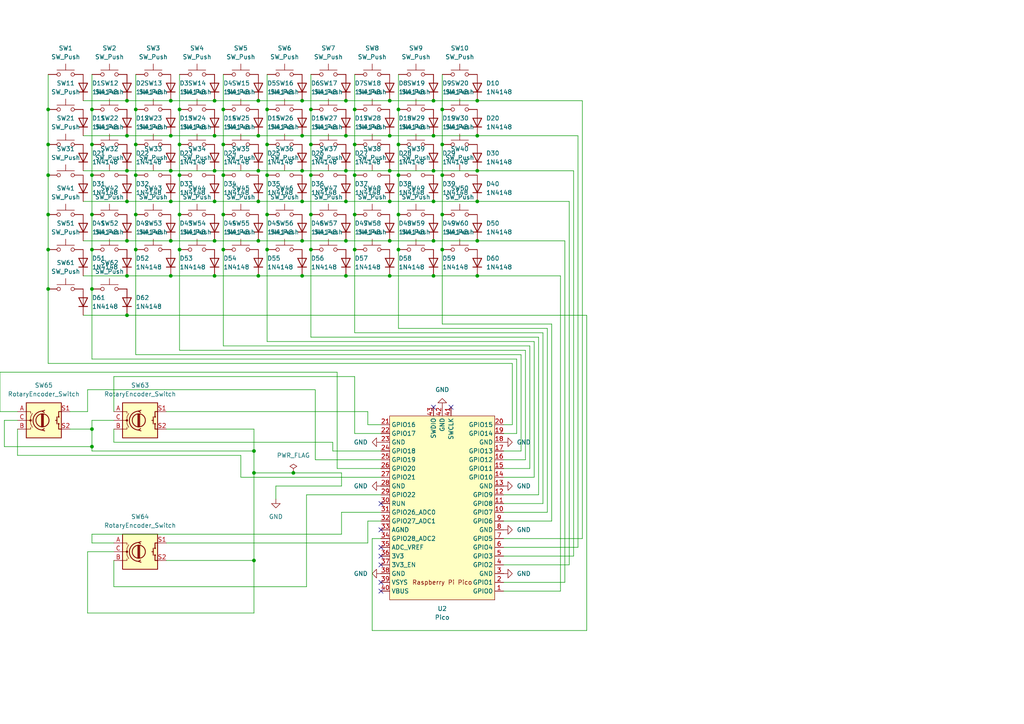
<source format=kicad_sch>
(kicad_sch (version 20250114) (generator "eeschema") (generator_version "9.0")
  (paper "A4")
  (lib_symbols
    (symbol "Device:RotaryEncoder_Switch" (pin_names (offset 0.254) (hide yes))
      (property "Reference" "SW" (at 0 6.604 0))
      (property "Value" "RotaryEncoder_Switch" (at 0 -6.604 0))
      (symbol "RotaryEncoder_Switch_1_1"
        (pin passive line (at -7.62 2.54 0) (length 2.54) (name "A") (number "A"))
        (pin passive line (at -7.62 0 0) (length 2.54) (name "C") (number "C"))
        (pin passive line (at -7.62 -2.54 0) (length 2.54) (name "B") (number "B"))
        (pin passive line (at 7.62 2.54 180) (length 2.54) (name "S1") (number "S1"))
        (pin passive line (at 7.62 -2.54 180) (length 2.54) (name "S2") (number "S2"))
      )
    )
    (symbol "Diode:1N4148" (pin_numbers (hide yes)) (pin_names (hide yes))
      (property "Reference" "D" (at 0 2.54 0))
      (property "Value" "1N4148" (at 0 -2.54 0))
      (symbol "1N4148_1_1"
        (pin passive line (at -3.81 0 0) (length 2.54) (name "K") (number "1"))
        (pin passive line (at 3.81 0 180) (length 2.54) (name "A") (number "2"))
      )
    )
    (symbol "MCU_RaspberryPi_and_Boards:Pico"
      (property "Reference" "U" (at -13.97 27.94 0))
      (property "Value" "Pico" (at 0 19.05 0))
      (symbol "Pico_0_0"
        (text "Raspberry Pi Pico" (at 0 21.59 0) (effects (font (size 1.27 1.27))))
      )
      (symbol "Pico_1_1"
        (pin bidirectional line (at -17.78 24.13 0) (length 2.54) (name "GPIO0") (number "1"))
        (pin bidirectional line (at -17.78 21.59 0) (length 2.54) (name "GPIO1") (number "2"))
        (pin power_in line (at -17.78 19.05 0) (length 2.54) (name "GND") (number "3"))
        (pin bidirectional line (at -17.78 16.51 0) (length 2.54) (name "GPIO2") (number "4"))
        (pin bidirectional line (at -17.78 13.97 0) (length 2.54) (name "GPIO3") (number "5"))
        (pin bidirectional line (at -17.78 11.43 0) (length 2.54) (name "GPIO4") (number "6"))
        (pin bidirectional line (at -17.78 8.89 0) (length 2.54) (name "GPIO5") (number "7"))
        (pin power_in line (at -17.78 6.35 0) (length 2.54) (name "GND") (number "8"))
        (pin bidirectional line (at -17.78 3.81 0) (length 2.54) (name "GPIO6") (number "9"))
        (pin bidirectional line (at -17.78 1.27 0) (length 2.54) (name "GPIO7") (number "10"))
        (pin bidirectional line (at -17.78 -1.27 0) (length 2.54) (name "GPIO8") (number "11"))
        (pin bidirectional line (at -17.78 -3.81 0) (length 2.54) (name "GPIO9") (number "12"))
        (pin power_in line (at -17.78 -6.35 0) (length 2.54) (name "GND") (number "13"))
        (pin bidirectional line (at -17.78 -8.89 0) (length 2.54) (name "GPIO10") (number "14"))
        (pin bidirectional line (at -17.78 -11.43 0) (length 2.54) (name "GPIO11") (number "15"))
        (pin bidirectional line (at -17.78 -13.97 0) (length 2.54) (name "GPIO12") (number "16"))
        (pin bidirectional line (at -17.78 -16.51 0) (length 2.54) (name "GPIO13") (number "17"))
        (pin power_in line (at -17.78 -19.05 0) (length 2.54) (name "GND") (number "18"))
        (pin bidirectional line (at -17.78 -21.59 0) (length 2.54) (name "GPIO14") (number "19"))
        (pin bidirectional line (at -17.78 -24.13 0) (length 2.54) (name "GPIO15") (number "20"))
        (pin input line (at -2.54 -29.21 90) (length 2.54) (name "SWCLK") (number "41"))
        (pin power_in line (at 0 -29.21 90) (length 2.54) (name "GND") (number "42"))
        (pin bidirectional line (at 2.54 -29.21 90) (length 2.54) (name "SWDIO") (number "43"))
        (pin power_in line (at 17.78 24.13 180) (length 2.54) (name "VBUS") (number "40"))
        (pin power_in line (at 17.78 21.59 180) (length 2.54) (name "VSYS") (number "39"))
        (pin bidirectional line (at 17.78 19.05 180) (length 2.54) (name "GND") (number "38"))
        (pin input line (at 17.78 16.51 180) (length 2.54) (name "3V3_EN") (number "37"))
        (pin power_in line (at 17.78 13.97 180) (length 2.54) (name "3V3") (number "36"))
        (pin power_in line (at 17.78 11.43 180) (length 2.54) (name "ADC_VREF") (number "35"))
        (pin bidirectional line (at 17.78 8.89 180) (length 2.54) (name "GPIO28_ADC2") (number "34"))
        (pin power_in line (at 17.78 6.35 180) (length 2.54) (name "AGND") (number "33"))
        (pin bidirectional line (at 17.78 3.81 180) (length 2.54) (name "GPIO27_ADC1") (number "32"))
        (pin bidirectional line (at 17.78 1.27 180) (length 2.54) (name "GPIO26_ADC0") (number "31"))
        (pin input line (at 17.78 -1.27 180) (length 2.54) (name "RUN") (number "30"))
        (pin bidirectional line (at 17.78 -3.81 180) (length 2.54) (name "GPIO22") (number "29"))
        (pin power_in line (at 17.78 -6.35 180) (length 2.54) (name "GND") (number "28"))
        (pin bidirectional line (at 17.78 -8.89 180) (length 2.54) (name "GPIO21") (number "27"))
        (pin bidirectional line (at 17.78 -11.43 180) (length 2.54) (name "GPIO20") (number "26"))
        (pin bidirectional line (at 17.78 -13.97 180) (length 2.54) (name "GPIO19") (number "25"))
        (pin bidirectional line (at 17.78 -16.51 180) (length 2.54) (name "GPIO18") (number "24"))
        (pin power_in line (at 17.78 -19.05 180) (length 2.54) (name "GND") (number "23"))
        (pin bidirectional line (at 17.78 -21.59 180) (length 2.54) (name "GPIO17") (number "22"))
        (pin bidirectional line (at 17.78 -24.13 180) (length 2.54) (name "GPIO16") (number "21"))
      )
    )
    (symbol "Switch:SW_Push" (pin_numbers (hide yes)) (pin_names (offset 1.016) (hide yes))
      (property "Reference" "SW" (at 1.27 2.54 0))
      (property "Value" "SW_Push" (at 0 -1.524 0))
      (symbol "SW_Push_0_1"
        (pin passive line (at -5.08 0 0) (length 2.54) (name "1") (number "1"))
        (pin passive line (at 5.08 0 180) (length 2.54) (name "2") (number "2"))
      )
    )
    (symbol "power:GND" (power) (pin_numbers (hide yes)) (pin_names (offset 0) (hide yes))
      (property "Value" "GND" (at 0 -3.81 0))
      (symbol "GND_1_1"
        (pin power_in line (at 0 0 270) (length 0) (name "~") (number "1"))
      )
    )
    (symbol "power:PWR_FLAG" (power) (pin_numbers (hide yes)) (pin_names (offset 0) (hide yes))
      (property "Value" "PWR_FLAG" (at 0 3.81 0))
      (symbol "PWR_FLAG_0_0"
        (pin power_out line (at 0 0 90) (length 0) (name "~") (number "1"))
      )
    )
  )
  (junction (at 138.43 80.01))
  (junction (at 36.83 58.42))
  (junction (at 26.67 31.75))
  (junction (at 36.83 80.01))
  (junction (at 77.47 72.39))
  (junction (at 138.43 58.42))
  (junction (at 36.83 49.53))
  (junction (at 26.67 41.91))
  (junction (at 113.03 29.21))
  (junction (at 64.77 72.39))
  (junction (at 100.33 39.37))
  (junction (at 13.97 31.75))
  (junction (at 128.27 41.91))
  (junction (at 87.63 49.53))
  (junction (at 49.53 58.42))
  (junction (at 113.03 80.01))
  (junction (at 115.57 50.8))
  (junction (at 52.07 62.23))
  (junction (at 115.57 72.39))
  (junction (at 74.93 69.85))
  (junction (at 64.77 31.75))
  (junction (at 73.66 137.16))
  (junction (at 74.93 80.01))
  (junction (at 62.23 49.53))
  (junction (at 64.77 62.23))
  (junction (at 100.33 69.85))
  (junction (at 49.53 80.01))
  (junction (at 49.53 39.37))
  (junction (at 74.93 58.42))
  (junction (at 87.63 39.37))
  (junction (at 125.73 49.53))
  (junction (at 113.03 58.42))
  (junction (at 115.57 31.75))
  (junction (at 13.97 72.39))
  (junction (at 39.37 41.91))
  (junction (at 13.97 41.91))
  (junction (at 90.17 50.8))
  (junction (at 64.77 41.91))
  (junction (at 100.33 49.53))
  (junction (at 102.87 62.23))
  (junction (at 90.17 41.91))
  (junction (at 36.83 29.21))
  (junction (at 36.83 91.44))
  (junction (at 87.63 80.01))
  (junction (at 128.27 72.39))
  (junction (at 77.47 50.8))
  (junction (at 39.37 72.39))
  (junction (at 77.47 62.23))
  (junction (at 49.53 29.21))
  (junction (at 26.67 124.46))
  (junction (at 74.93 39.37))
  (junction (at 62.23 39.37))
  (junction (at 102.87 31.75))
  (junction (at 125.73 58.42))
  (junction (at 13.97 83.82))
  (junction (at 125.73 80.01))
  (junction (at 39.37 31.75))
  (junction (at 87.63 29.21))
  (junction (at 102.87 50.8))
  (junction (at 128.27 62.23))
  (junction (at 62.23 29.21))
  (junction (at 77.47 31.75))
  (junction (at 128.27 50.8))
  (junction (at 113.03 49.53))
  (junction (at 125.73 39.37))
  (junction (at 39.37 62.23))
  (junction (at 87.63 58.42))
  (junction (at 90.17 72.39))
  (junction (at 138.43 29.21))
  (junction (at 39.37 50.8))
  (junction (at 52.07 50.8))
  (junction (at 26.67 50.8))
  (junction (at 74.93 29.21))
  (junction (at 90.17 31.75))
  (junction (at 62.23 58.42))
  (junction (at 138.43 69.85))
  (junction (at 26.67 72.39))
  (junction (at 115.57 62.23))
  (junction (at 26.67 83.82))
  (junction (at 49.53 69.85))
  (junction (at 138.43 49.53))
  (junction (at 102.87 41.91))
  (junction (at 100.33 58.42))
  (junction (at 52.07 31.75))
  (junction (at 87.63 69.85))
  (junction (at 26.67 62.23))
  (junction (at 62.23 80.01))
  (junction (at 74.93 49.53))
  (junction (at 73.66 130.81))
  (junction (at 52.07 72.39))
  (junction (at 62.23 69.85))
  (junction (at 52.07 41.91))
  (junction (at 125.73 29.21))
  (junction (at 13.97 62.23))
  (junction (at 73.66 162.56))
  (junction (at 49.53 49.53))
  (junction (at 100.33 80.01))
  (junction (at 125.73 69.85))
  (junction (at 77.47 41.91))
  (junction (at 128.27 31.75))
  (junction (at 36.83 39.37))
  (junction (at 90.17 62.23))
  (junction (at 102.87 72.39))
  (junction (at 100.33 29.21))
  (junction (at 13.97 50.8))
  (junction (at 113.03 69.85))
  (junction (at 113.03 39.37))
  (junction (at 26.67 129.54))
  (junction (at 64.77 50.8))
  (junction (at 115.57 41.91))
  (junction (at 138.43 39.37))
  (junction (at 85.09 137.16))
  (junction (at 36.83 69.85))
  (no_connect (at 110.49 146.05))
  (no_connect (at 110.49 161.29))
  (no_connect (at 110.49 163.83))
  (no_connect (at 125.73 118.11))
  (no_connect (at 110.49 168.91))
  (no_connect (at 110.49 158.75))
  (no_connect (at 110.49 153.67))
  (no_connect (at 130.81 118.11))
  (no_connect (at 110.49 171.45))
  (wire (pts (xy 5.08 124.46) (xy 5.08 132.08)))
  (wire (pts (xy 113.03 58.42) (xy 125.73 58.42)))
  (wire (pts (xy 25.4 119.38) (xy 25.4 113.03)))
  (wire (pts (xy 138.43 39.37) (xy 167.64 39.37)))
  (wire (pts (xy 77.47 99.06) (xy 154.94 99.06)))
  (wire (pts (xy 87.63 49.53) (xy 100.33 49.53)))
  (wire (pts (xy 99.06 148.59) (xy 110.49 148.59)))
  (wire (pts (xy 154.94 138.43) (xy 146.05 138.43)))
  (wire (pts (xy 100.33 69.85) (xy 113.03 69.85)))
  (wire (pts (xy 154.94 99.06) (xy 154.94 138.43)))
  (wire (pts (xy 39.37 31.75) (xy 39.37 41.91)))
  (wire (pts (xy 102.87 50.8) (xy 102.87 62.23)))
  (wire (pts (xy 148.59 105.41) (xy 148.59 123.19)))
  (wire (pts (xy 26.67 50.8) (xy 26.67 62.23)))
  (wire (pts (xy 24.13 58.42) (xy 36.83 58.42)))
  (wire (pts (xy 48.26 119.38) (xy 106.68 119.38)))
  (wire (pts (xy 77.47 31.75) (xy 77.47 41.91)))
  (wire (pts (xy 49.53 69.85) (xy 62.23 69.85)))
  (wire (pts (xy 102.87 21.59) (xy 102.87 31.75)))
  (wire (pts (xy 33.02 109.22) (xy 102.87 109.22)))
  (wire (pts (xy 106.68 119.38) (xy 106.68 123.19)))
  (wire (pts (xy 97.79 107.95) (xy 97.79 135.89)))
  (wire (pts (xy 1.27 121.92) (xy 1.27 129.54)))
  (wire (pts (xy 91.44 133.35) (xy 110.49 133.35)))
  (wire (pts (xy 162.56 171.45) (xy 146.05 171.45)))
  (wire (pts (xy 149.86 125.73) (xy 146.05 125.73)))
  (wire (pts (xy 125.73 49.53) (xy 138.43 49.53)))
  (wire (pts (xy 107.95 156.21) (xy 110.49 156.21)))
  (wire (pts (xy 106.68 151.13) (xy 110.49 151.13)))
  (wire (pts (xy 165.1 163.83) (xy 146.05 163.83)))
  (wire (pts (xy 73.66 130.81) (xy 73.66 137.16)))
  (wire (pts (xy 115.57 50.8) (xy 115.57 62.23)))
  (wire (pts (xy 125.73 80.01) (xy 138.43 80.01)))
  (wire (pts (xy 49.53 58.42) (xy 62.23 58.42)))
  (wire (pts (xy 64.77 100.33) (xy 153.67 100.33)))
  (wire (pts (xy 99.06 140.97) (xy 80.01 140.97)))
  (wire (pts (xy 39.37 102.87) (xy 151.13 102.87)))
  (wire (pts (xy 153.67 100.33) (xy 153.67 135.89)))
  (wire (pts (xy 36.83 91.44) (xy 170.18 91.44)))
  (wire (pts (xy 24.13 91.44) (xy 36.83 91.44)))
  (wire (pts (xy 113.03 80.01) (xy 125.73 80.01)))
  (wire (pts (xy 115.57 31.75) (xy 115.57 41.91)))
  (wire (pts (xy 128.27 31.75) (xy 128.27 41.91)))
  (wire (pts (xy 90.17 97.79) (xy 156.21 97.79)))
  (wire (pts (xy 146.05 123.19) (xy 148.59 123.19)))
  (wire (pts (xy 25.4 160.02) (xy 25.4 177.8)))
  (wire (pts (xy 128.27 41.91) (xy 128.27 50.8)))
  (wire (pts (xy 102.87 109.22) (xy 102.87 125.73)))
  (wire (pts (xy 100.33 29.21) (xy 113.03 29.21)))
  (wire (pts (xy 156.21 143.51) (xy 146.05 143.51)))
  (wire (pts (xy 157.48 96.52) (xy 157.48 146.05)))
  (wire (pts (xy 26.67 62.23) (xy 26.67 72.39)))
  (wire (pts (xy 77.47 62.23) (xy 77.47 72.39)))
  (wire (pts (xy 33.02 119.38) (xy 33.02 109.22)))
  (wire (pts (xy 36.83 80.01) (xy 49.53 80.01)))
  (wire (pts (xy 5.08 119.38) (xy 0 119.38)))
  (wire (pts (xy 91.44 113.03) (xy 91.44 133.35)))
  (wire (pts (xy 167.64 39.37) (xy 167.64 158.75)))
  (wire (pts (xy 24.13 69.85) (xy 36.83 69.85)))
  (wire (pts (xy 149.86 104.14) (xy 149.86 125.73)))
  (wire (pts (xy 165.1 58.42) (xy 165.1 163.83)))
  (wire (pts (xy 87.63 39.37) (xy 100.33 39.37)))
  (wire (pts (xy 102.87 41.91) (xy 102.87 50.8)))
  (wire (pts (xy 128.27 93.98) (xy 160.02 93.98)))
  (wire (pts (xy 26.67 72.39) (xy 26.67 83.82)))
  (wire (pts (xy 74.93 80.01) (xy 87.63 80.01)))
  (wire (pts (xy 163.83 69.85) (xy 163.83 168.91)))
  (wire (pts (xy 115.57 41.91) (xy 115.57 50.8)))
  (wire (pts (xy 156.21 97.79) (xy 156.21 143.51)))
  (wire (pts (xy 33.02 121.92) (xy 26.67 121.92)))
  (wire (pts (xy 26.67 121.92) (xy 26.67 124.46)))
  (wire (pts (xy 102.87 125.73) (xy 110.49 125.73)))
  (wire (pts (xy 115.57 62.23) (xy 115.57 72.39)))
  (wire (pts (xy 87.63 69.85) (xy 100.33 69.85)))
  (wire (pts (xy 0 119.38) (xy 0 107.95)))
  (wire (pts (xy 73.66 177.8) (xy 73.66 162.56)))
  (wire (pts (xy 90.17 72.39) (xy 90.17 97.79)))
  (wire (pts (xy 26.67 124.46) (xy 26.67 129.54)))
  (wire (pts (xy 26.67 157.48) (xy 26.67 154.94)))
  (wire (pts (xy 25.4 177.8) (xy 73.66 177.8)))
  (wire (pts (xy 64.77 41.91) (xy 64.77 50.8)))
  (wire (pts (xy 138.43 49.53) (xy 166.37 49.53)))
  (wire (pts (xy 146.05 168.91) (xy 163.83 168.91)))
  (wire (pts (xy 20.32 119.38) (xy 25.4 119.38)))
  (wire (pts (xy 26.67 83.82) (xy 26.67 104.14)))
  (wire (pts (xy 33.02 128.27) (xy 96.52 128.27)))
  (wire (pts (xy 0 107.95) (xy 97.79 107.95)))
  (wire (pts (xy 5.08 132.08) (xy 69.85 132.08)))
  (wire (pts (xy 36.83 29.21) (xy 49.53 29.21)))
  (wire (pts (xy 74.93 69.85) (xy 87.63 69.85)))
  (wire (pts (xy 36.83 39.37) (xy 49.53 39.37)))
  (wire (pts (xy 13.97 105.41) (xy 148.59 105.41)))
  (wire (pts (xy 26.67 154.94) (xy 99.06 154.94)))
  (wire (pts (xy 13.97 50.8) (xy 13.97 62.23)))
  (wire (pts (xy 153.67 135.89) (xy 146.05 135.89)))
  (wire (pts (xy 146.05 151.13) (xy 160.02 151.13)))
  (wire (pts (xy 170.18 91.44) (xy 170.18 182.88)))
  (wire (pts (xy 26.67 130.81) (xy 73.66 130.81)))
  (wire (pts (xy 102.87 96.52) (xy 157.48 96.52)))
  (wire (pts (xy 160.02 93.98) (xy 160.02 151.13)))
  (wire (pts (xy 125.73 69.85) (xy 138.43 69.85)))
  (wire (pts (xy 26.67 41.91) (xy 26.67 50.8)))
  (wire (pts (xy 96.52 128.27) (xy 96.52 130.81)))
  (wire (pts (xy 24.13 49.53) (xy 36.83 49.53)))
  (wire (pts (xy 69.85 132.08) (xy 69.85 138.43)))
  (wire (pts (xy 13.97 83.82) (xy 13.97 105.41)))
  (wire (pts (xy 90.17 50.8) (xy 90.17 62.23)))
  (wire (pts (xy 162.56 80.01) (xy 162.56 171.45)))
  (wire (pts (xy 48.26 124.46) (xy 73.66 124.46)))
  (wire (pts (xy 24.13 39.37) (xy 36.83 39.37)))
  (wire (pts (xy 99.06 137.16) (xy 99.06 140.97)))
  (wire (pts (xy 152.4 101.6) (xy 152.4 133.35)))
  (wire (pts (xy 87.63 58.42) (xy 100.33 58.42)))
  (wire (pts (xy 39.37 62.23) (xy 39.37 72.39)))
  (wire (pts (xy 107.95 182.88) (xy 107.95 156.21)))
  (wire (pts (xy 33.02 160.02) (xy 25.4 160.02)))
  (wire (pts (xy 80.01 140.97) (xy 80.01 144.78)))
  (wire (pts (xy 125.73 29.21) (xy 138.43 29.21)))
  (wire (pts (xy 26.67 129.54) (xy 26.67 130.81)))
  (wire (pts (xy 36.83 49.53) (xy 49.53 49.53)))
  (wire (pts (xy 26.67 21.59) (xy 26.67 31.75)))
  (wire (pts (xy 113.03 29.21) (xy 125.73 29.21)))
  (wire (pts (xy 64.77 72.39) (xy 64.77 100.33)))
  (wire (pts (xy 24.13 29.21) (xy 36.83 29.21)))
  (wire (pts (xy 90.17 31.75) (xy 90.17 41.91)))
  (wire (pts (xy 49.53 29.21) (xy 62.23 29.21)))
  (wire (pts (xy 113.03 49.53) (xy 125.73 49.53)))
  (wire (pts (xy 158.75 95.25) (xy 158.75 148.59)))
  (wire (pts (xy 62.23 80.01) (xy 74.93 80.01)))
  (wire (pts (xy 73.66 124.46) (xy 73.66 130.81)))
  (wire (pts (xy 48.26 162.56) (xy 73.66 162.56)))
  (wire (pts (xy 73.66 137.16) (xy 73.66 162.56)))
  (wire (pts (xy 74.93 29.21) (xy 87.63 29.21)))
  (wire (pts (xy 52.07 50.8) (xy 52.07 62.23)))
  (wire (pts (xy 125.73 58.42) (xy 138.43 58.42)))
  (wire (pts (xy 62.23 69.85) (xy 74.93 69.85)))
  (wire (pts (xy 33.02 124.46) (xy 33.02 128.27)))
  (wire (pts (xy 39.37 41.91) (xy 39.37 50.8)))
  (wire (pts (xy 115.57 72.39) (xy 115.57 95.25)))
  (wire (pts (xy 113.03 39.37) (xy 125.73 39.37)))
  (wire (pts (xy 77.47 50.8) (xy 77.47 62.23)))
  (wire (pts (xy 52.07 21.59) (xy 52.07 31.75)))
  (wire (pts (xy 96.52 130.81) (xy 110.49 130.81)))
  (wire (pts (xy 88.9 143.51) (xy 110.49 143.51)))
  (wire (pts (xy 106.68 157.48) (xy 106.68 151.13)))
  (wire (pts (xy 90.17 21.59) (xy 90.17 31.75)))
  (wire (pts (xy 62.23 49.53) (xy 74.93 49.53)))
  (wire (pts (xy 100.33 39.37) (xy 113.03 39.37)))
  (wire (pts (xy 26.67 31.75) (xy 26.67 41.91)))
  (wire (pts (xy 13.97 41.91) (xy 13.97 50.8)))
  (wire (pts (xy 52.07 101.6) (xy 152.4 101.6)))
  (wire (pts (xy 39.37 72.39) (xy 39.37 102.87)))
  (wire (pts (xy 49.53 39.37) (xy 62.23 39.37)))
  (wire (pts (xy 77.47 72.39) (xy 77.47 99.06)))
  (wire (pts (xy 13.97 62.23) (xy 13.97 72.39)))
  (wire (pts (xy 106.68 123.19) (xy 110.49 123.19)))
  (wire (pts (xy 74.93 49.53) (xy 87.63 49.53)))
  (wire (pts (xy 39.37 21.59) (xy 39.37 31.75)))
  (wire (pts (xy 52.07 72.39) (xy 52.07 101.6)))
  (wire (pts (xy 168.91 29.21) (xy 168.91 156.21)))
  (wire (pts (xy 102.87 62.23) (xy 102.87 72.39)))
  (wire (pts (xy 73.66 137.16) (xy 85.09 137.16)))
  (wire (pts (xy 64.77 31.75) (xy 64.77 41.91)))
  (wire (pts (xy 33.02 162.56) (xy 33.02 170.18)))
  (wire (pts (xy 151.13 130.81) (xy 146.05 130.81)))
  (wire (pts (xy 115.57 95.25) (xy 158.75 95.25)))
  (wire (pts (xy 138.43 58.42) (xy 165.1 58.42)))
  (wire (pts (xy 62.23 29.21) (xy 74.93 29.21)))
  (wire (pts (xy 1.27 129.54) (xy 26.67 129.54)))
  (wire (pts (xy 24.13 80.01) (xy 36.83 80.01)))
  (wire (pts (xy 13.97 31.75) (xy 13.97 41.91)))
  (wire (pts (xy 87.63 29.21) (xy 100.33 29.21)))
  (wire (pts (xy 77.47 41.91) (xy 77.47 50.8)))
  (wire (pts (xy 158.75 148.59) (xy 146.05 148.59)))
  (wire (pts (xy 69.85 138.43) (xy 110.49 138.43)))
  (wire (pts (xy 26.67 104.14) (xy 149.86 104.14)))
  (wire (pts (xy 138.43 69.85) (xy 163.83 69.85)))
  (wire (pts (xy 36.83 69.85) (xy 49.53 69.85)))
  (wire (pts (xy 102.87 31.75) (xy 102.87 41.91)))
  (wire (pts (xy 74.93 39.37) (xy 87.63 39.37)))
  (wire (pts (xy 13.97 72.39) (xy 13.97 83.82)))
  (wire (pts (xy 39.37 50.8) (xy 39.37 62.23)))
  (wire (pts (xy 25.4 113.03) (xy 91.44 113.03)))
  (wire (pts (xy 128.27 50.8) (xy 128.27 62.23)))
  (wire (pts (xy 113.03 69.85) (xy 125.73 69.85)))
  (wire (pts (xy 64.77 50.8) (xy 64.77 62.23)))
  (wire (pts (xy 85.09 137.16) (xy 99.06 137.16)))
  (wire (pts (xy 151.13 102.87) (xy 151.13 130.81)))
  (wire (pts (xy 99.06 154.94) (xy 99.06 148.59)))
  (wire (pts (xy 115.57 21.59) (xy 115.57 31.75)))
  (wire (pts (xy 125.73 39.37) (xy 138.43 39.37)))
  (wire (pts (xy 33.02 157.48) (xy 26.67 157.48)))
  (wire (pts (xy 128.27 62.23) (xy 128.27 72.39)))
  (wire (pts (xy 64.77 62.23) (xy 64.77 72.39)))
  (wire (pts (xy 102.87 72.39) (xy 102.87 96.52)))
  (wire (pts (xy 49.53 49.53) (xy 62.23 49.53)))
  (wire (pts (xy 77.47 21.59) (xy 77.47 31.75)))
  (wire (pts (xy 64.77 21.59) (xy 64.77 31.75)))
  (wire (pts (xy 146.05 158.75) (xy 167.64 158.75)))
  (wire (pts (xy 88.9 170.18) (xy 88.9 143.51)))
  (wire (pts (xy 168.91 156.21) (xy 146.05 156.21)))
  (wire (pts (xy 5.08 121.92) (xy 1.27 121.92)))
  (wire (pts (xy 97.79 135.89) (xy 110.49 135.89)))
  (wire (pts (xy 74.93 58.42) (xy 87.63 58.42)))
  (wire (pts (xy 13.97 21.59) (xy 13.97 31.75)))
  (wire (pts (xy 128.27 21.59) (xy 128.27 31.75)))
  (wire (pts (xy 36.83 58.42) (xy 49.53 58.42)))
  (wire (pts (xy 20.32 124.46) (xy 26.67 124.46)))
  (wire (pts (xy 90.17 62.23) (xy 90.17 72.39)))
  (wire (pts (xy 33.02 170.18) (xy 88.9 170.18)))
  (wire (pts (xy 90.17 41.91) (xy 90.17 50.8)))
  (wire (pts (xy 128.27 72.39) (xy 128.27 93.98)))
  (wire (pts (xy 100.33 58.42) (xy 113.03 58.42)))
  (wire (pts (xy 166.37 49.53) (xy 166.37 161.29)))
  (wire (pts (xy 48.26 157.48) (xy 106.68 157.48)))
  (wire (pts (xy 87.63 80.01) (xy 100.33 80.01)))
  (wire (pts (xy 52.07 31.75) (xy 52.07 41.91)))
  (wire (pts (xy 52.07 62.23) (xy 52.07 72.39)))
  (wire (pts (xy 62.23 58.42) (xy 74.93 58.42)))
  (wire (pts (xy 100.33 80.01) (xy 113.03 80.01)))
  (wire (pts (xy 157.48 146.05) (xy 146.05 146.05)))
  (wire (pts (xy 152.4 133.35) (xy 146.05 133.35)))
  (wire (pts (xy 170.18 182.88) (xy 107.95 182.88)))
  (wire (pts (xy 138.43 29.21) (xy 168.91 29.21)))
  (wire (pts (xy 49.53 80.01) (xy 62.23 80.01)))
  (wire (pts (xy 146.05 161.29) (xy 166.37 161.29)))
  (wire (pts (xy 100.33 49.53) (xy 113.03 49.53)))
  (wire (pts (xy 62.23 39.37) (xy 74.93 39.37)))
  (wire (pts (xy 138.43 80.01) (xy 162.56 80.01)))
  (wire (pts (xy 52.07 41.91) (xy 52.07 50.8)))
  (symbol (lib_id "Diode:1N4148") (at 113.03 35.56 90) (unit 1)
    (property "Reference" "D18" (at 115.57 34.2899 90) (effects (justify right)))
    (property "Value" "1N4148" (at 115.57 36.8299 90) (effects (justify right)))
    (property "Footprint" "Diode_THT:D_DO-35_SOD27_P7.62mm_Horizontal" (effects (hide yes)))
    (property "Datasheet" "https://assets.nexperia.com/documents/data-sheet/1N4148_1N4448.pdf" (effects (hide yes)))
    (property "Description" "100V 0.15A standard switching diode, DO-35" (effects (hide yes)))
    (property "Sim.Device" "D" (effects (hide yes)))
    (property "Sim.Pins" "1=K 2=A" (effects (hide yes)))
  )
  (symbol (lib_id "Diode:1N4148") (at 125.73 45.72 90) (unit 1)
    (property "Reference" "D29" (at 128.27 44.4499 90) (effects (justify right)))
    (property "Value" "1N4148" (at 128.27 46.9899 90) (effects (justify right)))
    (property "Footprint" "Diode_THT:D_DO-35_SOD27_P7.62mm_Horizontal" (effects (hide yes)))
    (property "Datasheet" "https://assets.nexperia.com/documents/data-sheet/1N4148_1N4448.pdf" (effects (hide yes)))
    (property "Description" "100V 0.15A standard switching diode, DO-35" (effects (hide yes)))
    (property "Sim.Device" "D" (effects (hide yes)))
    (property "Sim.Pins" "1=K 2=A" (effects (hide yes)))
  )
  (symbol (lib_id "Switch:SW_Push") (at 44.45 31.75 0) (unit 1)
    (property "Reference" "SW13" (at 44.45 24.13 0))
    (property "Value" "SW_Push" (at 44.45 26.67 0))
    (property "Footprint" "Button_Switch_Keyboard:SW_Cherry_MX_1.00u_PCB" (effects (hide yes)))
    (property "Description" "Push button switch, generic, two pins" (effects (hide yes)))
  )
  (symbol (lib_id "Diode:1N4148") (at 49.53 25.4 90) (unit 1)
    (property "Reference" "D3" (at 52.07 24.1299 90) (effects (justify right)))
    (property "Value" "1N4148" (at 52.07 26.6699 90) (effects (justify right)))
    (property "Footprint" "Diode_THT:D_DO-35_SOD27_P7.62mm_Horizontal" (effects (hide yes)))
    (property "Datasheet" "https://assets.nexperia.com/documents/data-sheet/1N4148_1N4448.pdf" (effects (hide yes)))
    (property "Description" "100V 0.15A standard switching diode, DO-35" (effects (hide yes)))
    (property "Sim.Device" "D" (effects (hide yes)))
    (property "Sim.Pins" "1=K 2=A" (effects (hide yes)))
  )
  (symbol (lib_id "Diode:1N4148") (at 74.93 35.56 90) (unit 1)
    (property "Reference" "D15" (at 77.47 34.2899 90) (effects (justify right)))
    (property "Value" "1N4148" (at 77.47 36.8299 90) (effects (justify right)))
    (property "Footprint" "Diode_THT:D_DO-35_SOD27_P7.62mm_Horizontal" (effects (hide yes)))
    (property "Datasheet" "https://assets.nexperia.com/documents/data-sheet/1N4148_1N4448.pdf" (effects (hide yes)))
    (property "Description" "100V 0.15A standard switching diode, DO-35" (effects (hide yes)))
    (property "Sim.Device" "D" (effects (hide yes)))
    (property "Sim.Pins" "1=K 2=A" (effects (hide yes)))
  )
  (symbol (lib_id "Switch:SW_Push") (at 69.85 31.75 0) (unit 1)
    (property "Reference" "SW15" (at 69.85 24.13 0))
    (property "Value" "SW_Push" (at 69.85 26.67 0))
    (property "Footprint" "Button_Switch_Keyboard:SW_Cherry_MX_1.00u_PCB" (effects (hide yes)))
    (property "Description" "Push button switch, generic, two pins" (effects (hide yes)))
  )
  (symbol (lib_id "Switch:SW_Push") (at 133.35 31.75 0) (unit 1)
    (property "Reference" "SW20" (at 133.35 24.13 0))
    (property "Value" "SW_Push" (at 133.35 26.67 0))
    (property "Footprint" "Button_Switch_Keyboard:SW_Cherry_MX_1.00u_PCB" (effects (hide yes)))
    (property "Description" "Push button switch, generic, two pins" (effects (hide yes)))
  )
  (symbol (lib_id "Diode:1N4148") (at 49.53 54.61 90) (unit 1)
    (property "Reference" "D33" (at 52.07 53.3399 90) (effects (justify right)))
    (property "Value" "1N4148" (at 52.07 55.8799 90) (effects (justify right)))
    (property "Footprint" "Diode_THT:D_DO-35_SOD27_P7.62mm_Horizontal" (effects (hide yes)))
    (property "Datasheet" "https://assets.nexperia.com/documents/data-sheet/1N4148_1N4448.pdf" (effects (hide yes)))
    (property "Description" "100V 0.15A standard switching diode, DO-35" (effects (hide yes)))
    (property "Sim.Device" "D" (effects (hide yes)))
    (property "Sim.Pins" "1=K 2=A" (effects (hide yes)))
  )
  (symbol (lib_id "Diode:1N4148") (at 36.83 87.63 90) (unit 1)
    (property "Reference" "D62" (at 39.37 86.3599 90) (effects (justify right)))
    (property "Value" "1N4148" (at 39.37 88.8999 90) (effects (justify right)))
    (property "Footprint" "Diode_THT:D_DO-35_SOD27_P7.62mm_Horizontal" (effects (hide yes)))
    (property "Datasheet" "https://assets.nexperia.com/documents/data-sheet/1N4148_1N4448.pdf" (effects (hide yes)))
    (property "Description" "100V 0.15A standard switching diode, DO-35" (effects (hide yes)))
    (property "Sim.Device" "D" (effects (hide yes)))
    (property "Sim.Pins" "1=K 2=A" (effects (hide yes)))
  )
  (symbol (lib_id "Switch:SW_Push") (at 107.95 72.39 0) (unit 1)
    (property "Reference" "SW58" (at 107.95 64.77 0))
    (property "Value" "SW_Push" (at 107.95 67.31 0))
    (property "Footprint" "Button_Switch_Keyboard:SW_Cherry_MX_1.00u_PCB" (effects (hide yes)))
    (property "Description" "Push button switch, generic, two pins" (effects (hide yes)))
  )
  (symbol (lib_id "Diode:1N4148") (at 138.43 54.61 90) (unit 1)
    (property "Reference" "D40" (at 140.97 53.3399 90) (effects (justify right)))
    (property "Value" "1N4148" (at 140.97 55.8799 90) (effects (justify right)))
    (property "Footprint" "Diode_THT:D_DO-35_SOD27_P7.62mm_Horizontal" (effects (hide yes)))
    (property "Datasheet" "https://assets.nexperia.com/documents/data-sheet/1N4148_1N4448.pdf" (effects (hide yes)))
    (property "Description" "100V 0.15A standard switching diode, DO-35" (effects (hide yes)))
    (property "Sim.Device" "D" (effects (hide yes)))
    (property "Sim.Pins" "1=K 2=A" (effects (hide yes)))
  )
  (symbol (lib_id "Diode:1N4148") (at 87.63 25.4 90) (unit 1)
    (property "Reference" "D6" (at 90.17 24.1299 90) (effects (justify right)))
    (property "Value" "1N4148" (at 90.17 26.6699 90) (effects (justify right)))
    (property "Footprint" "Diode_THT:D_DO-35_SOD27_P7.62mm_Horizontal" (effects (hide yes)))
    (property "Datasheet" "https://assets.nexperia.com/documents/data-sheet/1N4148_1N4448.pdf" (effects (hide yes)))
    (property "Description" "100V 0.15A standard switching diode, DO-35" (effects (hide yes)))
    (property "Sim.Device" "D" (effects (hide yes)))
    (property "Sim.Pins" "1=K 2=A" (effects (hide yes)))
  )
  (symbol (lib_id "Switch:SW_Push") (at 19.05 50.8 0) (unit 1)
    (property "Reference" "SW31" (at 19.05 43.18 0))
    (property "Value" "SW_Push" (at 19.05 45.72 0))
    (property "Footprint" "Button_Switch_Keyboard:SW_Cherry_MX_1.00u_PCB" (effects (hide yes)))
    (property "Description" "Push button switch, generic, two pins" (effects (hide yes)))
  )
  (symbol (lib_id "Diode:1N4148") (at 49.53 66.04 90) (unit 1)
    (property "Reference" "D43" (at 52.07 64.7699 90) (effects (justify right)))
    (property "Value" "1N4148" (at 52.07 67.3099 90) (effects (justify right)))
    (property "Footprint" "Diode_THT:D_DO-35_SOD27_P7.62mm_Horizontal" (effects (hide yes)))
    (property "Datasheet" "https://assets.nexperia.com/documents/data-sheet/1N4148_1N4448.pdf" (effects (hide yes)))
    (property "Description" "100V 0.15A standard switching diode, DO-35" (effects (hide yes)))
    (property "Sim.Device" "D" (effects (hide yes)))
    (property "Sim.Pins" "1=K 2=A" (effects (hide yes)))
  )
  (symbol (lib_id "Switch:SW_Push") (at 31.75 50.8 0) (unit 1)
    (property "Reference" "SW32" (at 31.75 43.18 0))
    (property "Value" "SW_Push" (at 31.75 45.72 0))
    (property "Footprint" "Button_Switch_Keyboard:SW_Cherry_MX_1.00u_PCB" (effects (hide yes)))
    (property "Description" "Push button switch, generic, two pins" (effects (hide yes)))
  )
  (symbol (lib_id "Switch:SW_Push") (at 107.95 41.91 0) (unit 1)
    (property "Reference" "SW28" (at 107.95 34.29 0))
    (property "Value" "SW_Push" (at 107.95 36.83 0))
    (property "Footprint" "Button_Switch_Keyboard:SW_Cherry_MX_1.00u_PCB" (effects (hide yes)))
    (property "Description" "Push button switch, generic, two pins" (effects (hide yes)))
  )
  (symbol (lib_id "Diode:1N4148") (at 125.73 35.56 90) (unit 1)
    (property "Reference" "D19" (at 128.27 34.2899 90) (effects (justify right)))
    (property "Value" "1N4148" (at 128.27 36.8299 90) (effects (justify right)))
    (property "Footprint" "Diode_THT:D_DO-35_SOD27_P7.62mm_Horizontal" (effects (hide yes)))
    (property "Datasheet" "https://assets.nexperia.com/documents/data-sheet/1N4148_1N4448.pdf" (effects (hide yes)))
    (property "Description" "100V 0.15A standard switching diode, DO-35" (effects (hide yes)))
    (property "Sim.Device" "D" (effects (hide yes)))
    (property "Sim.Pins" "1=K 2=A" (effects (hide yes)))
  )
  (symbol (lib_id "Switch:SW_Push") (at 31.75 41.91 0) (unit 1)
    (property "Reference" "SW22" (at 31.75 34.29 0))
    (property "Value" "SW_Push" (at 31.75 36.83 0))
    (property "Footprint" "Button_Switch_Keyboard:SW_Cherry_MX_1.00u_PCB" (effects (hide yes)))
    (property "Description" "Push button switch, generic, two pins" (effects (hide yes)))
  )
  (symbol (lib_id "Switch:SW_Push") (at 31.75 21.59 0) (unit 1)
    (property "Reference" "SW2" (at 31.75 13.97 0))
    (property "Value" "SW_Push" (at 31.75 16.51 0))
    (property "Footprint" "Button_Switch_Keyboard:SW_Cherry_MX_1.00u_PCB" (effects (hide yes)))
    (property "Description" "Push button switch, generic, two pins" (effects (hide yes)))
  )
  (symbol (lib_id "Diode:1N4148") (at 49.53 76.2 90) (unit 1)
    (property "Reference" "D53" (at 52.07 74.9299 90) (effects (justify right)))
    (property "Value" "1N4148" (at 52.07 77.4699 90) (effects (justify right)))
    (property "Footprint" "Diode_THT:D_DO-35_SOD27_P7.62mm_Horizontal" (effects (hide yes)))
    (property "Datasheet" "https://assets.nexperia.com/documents/data-sheet/1N4148_1N4448.pdf" (effects (hide yes)))
    (property "Description" "100V 0.15A standard switching diode, DO-35" (effects (hide yes)))
    (property "Sim.Device" "D" (effects (hide yes)))
    (property "Sim.Pins" "1=K 2=A" (effects (hide yes)))
  )
  (symbol (lib_id "Switch:SW_Push") (at 69.85 41.91 0) (unit 1)
    (property "Reference" "SW25" (at 69.85 34.29 0))
    (property "Value" "SW_Push" (at 69.85 36.83 0))
    (property "Footprint" "Button_Switch_Keyboard:SW_Cherry_MX_1.00u_PCB" (effects (hide yes)))
    (property "Description" "Push button switch, generic, two pins" (effects (hide yes)))
  )
  (symbol (lib_id "Diode:1N4148") (at 24.13 87.63 90) (unit 1)
    (property "Reference" "D61" (at 26.67 86.3599 90) (effects (justify right)))
    (property "Value" "1N4148" (at 26.67 88.8999 90) (effects (justify right)))
    (property "Footprint" "Diode_THT:D_DO-35_SOD27_P7.62mm_Horizontal" (effects (hide yes)))
    (property "Datasheet" "https://assets.nexperia.com/documents/data-sheet/1N4148_1N4448.pdf" (effects (hide yes)))
    (property "Description" "100V 0.15A standard switching diode, DO-35" (effects (hide yes)))
    (property "Sim.Device" "D" (effects (hide yes)))
    (property "Sim.Pins" "1=K 2=A" (effects (hide yes)))
  )
  (symbol (lib_id "Switch:SW_Push") (at 57.15 72.39 0) (unit 1)
    (property "Reference" "SW54" (at 57.15 64.77 0))
    (property "Value" "SW_Push" (at 57.15 67.31 0))
    (property "Footprint" "Button_Switch_Keyboard:SW_Cherry_MX_1.00u_PCB" (effects (hide yes)))
    (property "Description" "Push button switch, generic, two pins" (effects (hide yes)))
  )
  (symbol (lib_id "power:GND") (at 146.05 153.67 90) (unit 1)
    (property "Reference" "#PWR05" (effects (hide yes)))
    (property "Value" "GND" (at 149.86 153.6699 90) (effects (justify right)))
    (property "Description" "Power symbol creates a global label with name \"GND\" , ground" (effects (hide yes)))
  )
  (symbol (lib_id "Switch:SW_Push") (at 107.95 62.23 0) (unit 1)
    (property "Reference" "SW48" (at 107.95 54.61 0))
    (property "Value" "SW_Push" (at 107.95 57.15 0))
    (property "Footprint" "Button_Switch_Keyboard:SW_Cherry_MX_1.00u_PCB" (effects (hide yes)))
    (property "Description" "Push button switch, generic, two pins" (effects (hide yes)))
  )
  (symbol (lib_id "Switch:SW_Push") (at 95.25 21.59 0) (unit 1)
    (property "Reference" "SW7" (at 95.25 13.97 0))
    (property "Value" "SW_Push" (at 95.25 16.51 0))
    (property "Footprint" "Button_Switch_Keyboard:SW_Cherry_MX_1.00u_PCB" (effects (hide yes)))
    (property "Description" "Push button switch, generic, two pins" (effects (hide yes)))
  )
  (symbol (lib_id "Diode:1N4148") (at 125.73 25.4 90) (unit 1)
    (property "Reference" "D9" (at 128.27 24.1299 90) (effects (justify right)))
    (property "Value" "1N4148" (at 128.27 26.6699 90) (effects (justify right)))
    (property "Footprint" "Diode_THT:D_DO-35_SOD27_P7.62mm_Horizontal" (effects (hide yes)))
    (property "Datasheet" "https://assets.nexperia.com/documents/data-sheet/1N4148_1N4448.pdf" (effects (hide yes)))
    (property "Description" "100V 0.15A standard switching diode, DO-35" (effects (hide yes)))
    (property "Sim.Device" "D" (effects (hide yes)))
    (property "Sim.Pins" "1=K 2=A" (effects (hide yes)))
  )
  (symbol (lib_id "Diode:1N4148") (at 125.73 66.04 90) (unit 1)
    (property "Reference" "D49" (at 128.27 64.7699 90) (effects (justify right)))
    (property "Value" "1N4148" (at 128.27 67.3099 90) (effects (justify right)))
    (property "Footprint" "Diode_THT:D_DO-35_SOD27_P7.62mm_Horizontal" (effects (hide yes)))
    (property "Datasheet" "https://assets.nexperia.com/documents/data-sheet/1N4148_1N4448.pdf" (effects (hide yes)))
    (property "Description" "100V 0.15A standard switching diode, DO-35" (effects (hide yes)))
    (property "Sim.Device" "D" (effects (hide yes)))
    (property "Sim.Pins" "1=K 2=A" (effects (hide yes)))
  )
  (symbol (lib_id "Switch:SW_Push") (at 57.15 21.59 0) (unit 1)
    (property "Reference" "SW4" (at 57.15 13.97 0))
    (property "Value" "SW_Push" (at 57.15 16.51 0))
    (property "Footprint" "Button_Switch_Keyboard:SW_Cherry_MX_1.00u_PCB" (effects (hide yes)))
    (property "Description" "Push button switch, generic, two pins" (effects (hide yes)))
  )
  (symbol (lib_id "Diode:1N4148") (at 100.33 25.4 90) (unit 1)
    (property "Reference" "D7" (at 102.87 24.1299 90) (effects (justify right)))
    (property "Value" "1N4148" (at 102.87 26.6699 90) (effects (justify right)))
    (property "Footprint" "Diode_THT:D_DO-35_SOD27_P7.62mm_Horizontal" (effects (hide yes)))
    (property "Datasheet" "https://assets.nexperia.com/documents/data-sheet/1N4148_1N4448.pdf" (effects (hide yes)))
    (property "Description" "100V 0.15A standard switching diode, DO-35" (effects (hide yes)))
    (property "Sim.Device" "D" (effects (hide yes)))
    (property "Sim.Pins" "1=K 2=A" (effects (hide yes)))
  )
  (symbol (lib_id "Diode:1N4148") (at 87.63 76.2 90) (unit 1)
    (property "Reference" "D56" (at 90.17 74.9299 90) (effects (justify right)))
    (property "Value" "1N4148" (at 90.17 77.4699 90) (effects (justify right)))
    (property "Footprint" "Diode_THT:D_DO-35_SOD27_P7.62mm_Horizontal" (effects (hide yes)))
    (property "Datasheet" "https://assets.nexperia.com/documents/data-sheet/1N4148_1N4448.pdf" (effects (hide yes)))
    (property "Description" "100V 0.15A standard switching diode, DO-35" (effects (hide yes)))
    (property "Sim.Device" "D" (effects (hide yes)))
    (property "Sim.Pins" "1=K 2=A" (effects (hide yes)))
  )
  (symbol (lib_id "Diode:1N4148") (at 113.03 54.61 90) (unit 1)
    (property "Reference" "D38" (at 115.57 53.3399 90) (effects (justify right)))
    (property "Value" "1N4148" (at 115.57 55.8799 90) (effects (justify right)))
    (property "Footprint" "Diode_THT:D_DO-35_SOD27_P7.62mm_Horizontal" (effects (hide yes)))
    (property "Datasheet" "https://assets.nexperia.com/documents/data-sheet/1N4148_1N4448.pdf" (effects (hide yes)))
    (property "Description" "100V 0.15A standard switching diode, DO-35" (effects (hide yes)))
    (property "Sim.Device" "D" (effects (hide yes)))
    (property "Sim.Pins" "1=K 2=A" (effects (hide yes)))
  )
  (symbol (lib_id "Diode:1N4148") (at 36.83 35.56 90) (unit 1)
    (property "Reference" "D12" (at 39.37 34.2899 90) (effects (justify right)))
    (property "Value" "1N4148" (at 39.37 36.8299 90) (effects (justify right)))
    (property "Footprint" "Diode_THT:D_DO-35_SOD27_P7.62mm_Horizontal" (effects (hide yes)))
    (property "Datasheet" "https://assets.nexperia.com/documents/data-sheet/1N4148_1N4448.pdf" (effects (hide yes)))
    (property "Description" "100V 0.15A standard switching diode, DO-35" (effects (hide yes)))
    (property "Sim.Device" "D" (effects (hide yes)))
    (property "Sim.Pins" "1=K 2=A" (effects (hide yes)))
  )
  (symbol (lib_id "Switch:SW_Push") (at 95.25 72.39 0) (unit 1)
    (property "Reference" "SW57" (at 95.25 64.77 0))
    (property "Value" "SW_Push" (at 95.25 67.31 0))
    (property "Footprint" "Button_Switch_Keyboard:SW_Cherry_MX_1.00u_PCB" (effects (hide yes)))
    (property "Description" "Push button switch, generic, two pins" (effects (hide yes)))
  )
  (symbol (lib_id "Diode:1N4148") (at 36.83 54.61 90) (unit 1)
    (property "Reference" "D32" (at 39.37 53.3399 90) (effects (justify right)))
    (property "Value" "1N4148" (at 39.37 55.8799 90) (effects (justify right)))
    (property "Footprint" "Diode_THT:D_DO-35_SOD27_P7.62mm_Horizontal" (effects (hide yes)))
    (property "Datasheet" "https://assets.nexperia.com/documents/data-sheet/1N4148_1N4448.pdf" (effects (hide yes)))
    (property "Description" "100V 0.15A standard switching diode, DO-35" (effects (hide yes)))
    (property "Sim.Device" "D" (effects (hide yes)))
    (property "Sim.Pins" "1=K 2=A" (effects (hide yes)))
  )
  (symbol (lib_id "Diode:1N4148") (at 138.43 35.56 90) (unit 1)
    (property "Reference" "D20" (at 140.97 34.2899 90) (effects (justify right)))
    (property "Value" "1N4148" (at 140.97 36.8299 90) (effects (justify right)))
    (property "Footprint" "Diode_THT:D_DO-35_SOD27_P7.62mm_Horizontal" (effects (hide yes)))
    (property "Datasheet" "https://assets.nexperia.com/documents/data-sheet/1N4148_1N4448.pdf" (effects (hide yes)))
    (property "Description" "100V 0.15A standard switching diode, DO-35" (effects (hide yes)))
    (property "Sim.Device" "D" (effects (hide yes)))
    (property "Sim.Pins" "1=K 2=A" (effects (hide yes)))
  )
  (symbol (lib_id "Diode:1N4148") (at 62.23 35.56 90) (unit 1)
    (property "Reference" "D14" (at 64.77 34.2899 90) (effects (justify right)))
    (property "Value" "1N4148" (at 64.77 36.8299 90) (effects (justify right)))
    (property "Footprint" "Diode_THT:D_DO-35_SOD27_P7.62mm_Horizontal" (effects (hide yes)))
    (property "Datasheet" "https://assets.nexperia.com/documents/data-sheet/1N4148_1N4448.pdf" (effects (hide yes)))
    (property "Description" "100V 0.15A standard switching diode, DO-35" (effects (hide yes)))
    (property "Sim.Device" "D" (effects (hide yes)))
    (property "Sim.Pins" "1=K 2=A" (effects (hide yes)))
  )
  (symbol (lib_id "Switch:SW_Push") (at 133.35 50.8 0) (unit 1)
    (property "Reference" "SW40" (at 133.35 43.18 0))
    (property "Value" "SW_Push" (at 133.35 45.72 0))
    (property "Footprint" "Button_Switch_Keyboard:SW_Cherry_MX_1.00u_PCB" (effects (hide yes)))
    (property "Description" "Push button switch, generic, two pins" (effects (hide yes)))
  )
  (symbol (lib_id "Switch:SW_Push") (at 31.75 72.39 0) (unit 1)
    (property "Reference" "SW52" (at 31.75 64.77 0))
    (property "Value" "SW_Push" (at 31.75 67.31 0))
    (property "Footprint" "Button_Switch_Keyboard:SW_Cherry_MX_1.00u_PCB" (effects (hide yes)))
    (property "Description" "Push button switch, generic, two pins" (effects (hide yes)))
  )
  (symbol (lib_id "Diode:1N4148") (at 113.03 76.2 90) (unit 1)
    (property "Reference" "D58" (at 115.57 74.9299 90) (effects (justify right)))
    (property "Value" "1N4148" (at 115.57 77.4699 90) (effects (justify right)))
    (property "Footprint" "Diode_THT:D_DO-35_SOD27_P7.62mm_Horizontal" (effects (hide yes)))
    (property "Datasheet" "https://assets.nexperia.com/documents/data-sheet/1N4148_1N4448.pdf" (effects (hide yes)))
    (property "Description" "100V 0.15A standard switching diode, DO-35" (effects (hide yes)))
    (property "Sim.Device" "D" (effects (hide yes)))
    (property "Sim.Pins" "1=K 2=A" (effects (hide yes)))
  )
  (symbol (lib_id "Diode:1N4148") (at 74.93 45.72 90) (unit 1)
    (property "Reference" "D25" (at 77.47 44.4499 90) (effects (justify right)))
    (property "Value" "1N4148" (at 77.47 46.9899 90) (effects (justify right)))
    (property "Footprint" "Diode_THT:D_DO-35_SOD27_P7.62mm_Horizontal" (effects (hide yes)))
    (property "Datasheet" "https://assets.nexperia.com/documents/data-sheet/1N4148_1N4448.pdf" (effects (hide yes)))
    (property "Description" "100V 0.15A standard switching diode, DO-35" (effects (hide yes)))
    (property "Sim.Device" "D" (effects (hide yes)))
    (property "Sim.Pins" "1=K 2=A" (effects (hide yes)))
  )
  (symbol (lib_id "Switch:SW_Push") (at 120.65 41.91 0) (unit 1)
    (property "Reference" "SW29" (at 120.65 34.29 0))
    (property "Value" "SW_Push" (at 120.65 36.83 0))
    (property "Footprint" "Button_Switch_Keyboard:SW_Cherry_MX_1.00u_PCB" (effects (hide yes)))
    (property "Description" "Push button switch, generic, two pins" (effects (hide yes)))
  )
  (symbol (lib_id "Switch:SW_Push") (at 82.55 72.39 0) (unit 1)
    (property "Reference" "SW56" (at 82.55 64.77 0))
    (property "Value" "SW_Push" (at 82.55 67.31 0))
    (property "Footprint" "Button_Switch_Keyboard:SW_Cherry_MX_1.00u_PCB" (effects (hide yes)))
    (property "Description" "Push button switch, generic, two pins" (effects (hide yes)))
  )
  (symbol (lib_id "Diode:1N4148") (at 87.63 54.61 90) (unit 1)
    (property "Reference" "D36" (at 90.17 53.3399 90) (effects (justify right)))
    (property "Value" "1N4148" (at 90.17 55.8799 90) (effects (justify right)))
    (property "Footprint" "Diode_THT:D_DO-35_SOD27_P7.62mm_Horizontal" (effects (hide yes)))
    (property "Datasheet" "https://assets.nexperia.com/documents/data-sheet/1N4148_1N4448.pdf" (effects (hide yes)))
    (property "Description" "100V 0.15A standard switching diode, DO-35" (effects (hide yes)))
    (property "Sim.Device" "D" (effects (hide yes)))
    (property "Sim.Pins" "1=K 2=A" (effects (hide yes)))
  )
  (symbol (lib_id "Switch:SW_Push") (at 107.95 31.75 0) (unit 1)
    (property "Reference" "SW18" (at 107.95 24.13 0))
    (property "Value" "SW_Push" (at 107.95 26.67 0))
    (property "Footprint" "Button_Switch_Keyboard:SW_Cherry_MX_1.00u_PCB" (effects (hide yes)))
    (property "Description" "Push button switch, generic, two pins" (effects (hide yes)))
  )
  (symbol (lib_id "Switch:SW_Push") (at 133.35 62.23 0) (unit 1)
    (property "Reference" "SW50" (at 133.35 54.61 0))
    (property "Value" "SW_Push" (at 133.35 57.15 0))
    (property "Footprint" "Button_Switch_Keyboard:SW_Cherry_MX_1.00u_PCB" (effects (hide yes)))
    (property "Description" "Push button switch, generic, two pins" (effects (hide yes)))
  )
  (symbol (lib_id "power:GND") (at 146.05 140.97 90) (unit 1)
    (property "Reference" "#PWR06" (effects (hide yes)))
    (property "Value" "GND" (at 149.86 140.9699 90) (effects (justify right)))
    (property "Description" "Power symbol creates a global label with name \"GND\" , ground" (effects (hide yes)))
  )
  (symbol (lib_id "Switch:SW_Push") (at 82.55 31.75 0) (unit 1)
    (property "Reference" "SW16" (at 82.55 24.13 0))
    (property "Value" "SW_Push" (at 82.55 26.67 0))
    (property "Footprint" "Button_Switch_Keyboard:SW_Cherry_MX_1.00u_PCB" (effects (hide yes)))
    (property "Description" "Push button switch, generic, two pins" (effects (hide yes)))
  )
  (symbol (lib_id "Diode:1N4148") (at 87.63 66.04 90) (unit 1)
    (property "Reference" "D46" (at 90.17 64.7699 90) (effects (justify right)))
    (property "Value" "1N4148" (at 90.17 67.3099 90) (effects (justify right)))
    (property "Footprint" "Diode_THT:D_DO-35_SOD27_P7.62mm_Horizontal" (effects (hide yes)))
    (property "Datasheet" "https://assets.nexperia.com/documents/data-sheet/1N4148_1N4448.pdf" (effects (hide yes)))
    (property "Description" "100V 0.15A standard switching diode, DO-35" (effects (hide yes)))
    (property "Sim.Device" "D" (effects (hide yes)))
    (property "Sim.Pins" "1=K 2=A" (effects (hide yes)))
  )
  (symbol (lib_id "power:GND") (at 110.49 140.97 270) (unit 1)
    (property "Reference" "#PWR09" (effects (hide yes)))
    (property "Value" "GND" (at 106.68 140.9699 90) (effects (justify right)))
    (property "Description" "Power symbol creates a global label with name \"GND\" , ground" (effects (hide yes)))
  )
  (symbol (lib_id "Switch:SW_Push") (at 57.15 41.91 0) (unit 1)
    (property "Reference" "SW24" (at 57.15 34.29 0))
    (property "Value" "SW_Push" (at 57.15 36.83 0))
    (property "Footprint" "Button_Switch_Keyboard:SW_Cherry_MX_1.00u_PCB" (effects (hide yes)))
    (property "Description" "Push button switch, generic, two pins" (effects (hide yes)))
  )
  (symbol (lib_id "Diode:1N4148") (at 24.13 66.04 90) (unit 1)
    (property "Reference" "D41" (at 26.67 64.7699 90) (effects (justify right)))
    (property "Value" "1N4148" (at 26.67 67.3099 90) (effects (justify right)))
    (property "Footprint" "Diode_THT:D_DO-35_SOD27_P7.62mm_Horizontal" (effects (hide yes)))
    (property "Datasheet" "https://assets.nexperia.com/documents/data-sheet/1N4148_1N4448.pdf" (effects (hide yes)))
    (property "Description" "100V 0.15A standard switching diode, DO-35" (effects (hide yes)))
    (property "Sim.Device" "D" (effects (hide yes)))
    (property "Sim.Pins" "1=K 2=A" (effects (hide yes)))
  )
  (symbol (lib_id "Diode:1N4148") (at 138.43 45.72 90) (unit 1)
    (property "Reference" "D30" (at 140.97 44.4499 90) (effects (justify right)))
    (property "Value" "1N4148" (at 140.97 46.9899 90) (effects (justify right)))
    (property "Footprint" "Diode_THT:D_DO-35_SOD27_P7.62mm_Horizontal" (effects (hide yes)))
    (property "Datasheet" "https://assets.nexperia.com/documents/data-sheet/1N4148_1N4448.pdf" (effects (hide yes)))
    (property "Description" "100V 0.15A standard switching diode, DO-35" (effects (hide yes)))
    (property "Sim.Device" "D" (effects (hide yes)))
    (property "Sim.Pins" "1=K 2=A" (effects (hide yes)))
  )
  (symbol (lib_id "power:GND") (at 146.05 128.27 90) (unit 1)
    (property "Reference" "#PWR07" (effects (hide yes)))
    (property "Value" "GND" (at 149.86 128.2699 90) (effects (justify right)))
    (property "Description" "Power symbol creates a global label with name \"GND\" , ground" (effects (hide yes)))
  )
  (symbol (lib_id "Switch:SW_Push") (at 120.65 21.59 0) (unit 1)
    (property "Reference" "SW9" (at 120.65 13.97 0))
    (property "Value" "SW_Push" (at 120.65 16.51 0))
    (property "Footprint" "Button_Switch_Keyboard:SW_Cherry_MX_1.00u_PCB" (effects (hide yes)))
    (property "Description" "Push button switch, generic, two pins" (effects (hide yes)))
  )
  (symbol (lib_id "Switch:SW_Push") (at 69.85 50.8 0) (unit 1)
    (property "Reference" "SW35" (at 69.85 43.18 0))
    (property "Value" "SW_Push" (at 69.85 45.72 0))
    (property "Footprint" "Button_Switch_Keyboard:SW_Cherry_MX_1.00u_PCB" (effects (hide yes)))
    (property "Description" "Push button switch, generic, two pins" (effects (hide yes)))
  )
  (symbol (lib_id "Switch:SW_Push") (at 95.25 31.75 0) (unit 1)
    (property "Reference" "SW17" (at 95.25 24.13 0))
    (property "Value" "SW_Push" (at 95.25 26.67 0))
    (property "Footprint" "Button_Switch_Keyboard:SW_Cherry_MX_1.00u_PCB" (effects (hide yes)))
    (property "Description" "Push button switch, generic, two pins" (effects (hide yes)))
  )
  (symbol (lib_id "Switch:SW_Push") (at 133.35 21.59 0) (unit 1)
    (property "Reference" "SW10" (at 133.35 13.97 0))
    (property "Value" "SW_Push" (at 133.35 16.51 0))
    (property "Footprint" "Button_Switch_Keyboard:SW_Cherry_MX_1.00u_PCB" (effects (hide yes)))
    (property "Description" "Push button switch, generic, two pins" (effects (hide yes)))
  )
  (symbol (lib_id "Switch:SW_Push") (at 69.85 62.23 0) (unit 1)
    (property "Reference" "SW45" (at 69.85 54.61 0))
    (property "Value" "SW_Push" (at 69.85 57.15 0))
    (property "Footprint" "Button_Switch_Keyboard:SW_Cherry_MX_1.00u_PCB" (effects (hide yes)))
    (property "Description" "Push button switch, generic, two pins" (effects (hide yes)))
  )
  (symbol (lib_id "Switch:SW_Push") (at 82.55 21.59 0) (unit 1)
    (property "Reference" "SW6" (at 82.55 13.97 0))
    (property "Value" "SW_Push" (at 82.55 16.51 0))
    (property "Footprint" "Button_Switch_Keyboard:SW_Cherry_MX_1.00u_PCB" (effects (hide yes)))
    (property "Description" "Push button switch, generic, two pins" (effects (hide yes)))
  )
  (symbol (lib_id "Switch:SW_Push") (at 95.25 41.91 0) (unit 1)
    (property "Reference" "SW27" (at 95.25 34.29 0))
    (property "Value" "SW_Push" (at 95.25 36.83 0))
    (property "Footprint" "Button_Switch_Keyboard:SW_Cherry_MX_1.00u_PCB" (effects (hide yes)))
    (property "Description" "Push button switch, generic, two pins" (effects (hide yes)))
  )
  (symbol (lib_id "Diode:1N4148") (at 62.23 45.72 90) (unit 1)
    (property "Reference" "D24" (at 64.77 44.4499 90) (effects (justify right)))
    (property "Value" "1N4148" (at 64.77 46.9899 90) (effects (justify right)))
    (property "Footprint" "Diode_THT:D_DO-35_SOD27_P7.62mm_Horizontal" (effects (hide yes)))
    (property "Datasheet" "https://assets.nexperia.com/documents/data-sheet/1N4148_1N4448.pdf" (effects (hide yes)))
    (property "Description" "100V 0.15A standard switching diode, DO-35" (effects (hide yes)))
    (property "Sim.Device" "D" (effects (hide yes)))
    (property "Sim.Pins" "1=K 2=A" (effects (hide yes)))
  )
  (symbol (lib_id "Switch:SW_Push") (at 120.65 62.23 0) (unit 1)
    (property "Reference" "SW49" (at 120.65 54.61 0))
    (property "Value" "SW_Push" (at 120.65 57.15 0))
    (property "Footprint" "Button_Switch_Keyboard:SW_Cherry_MX_1.00u_PCB" (effects (hide yes)))
    (property "Description" "Push button switch, generic, two pins" (effects (hide yes)))
  )
  (symbol (lib_id "Switch:SW_Push") (at 44.45 41.91 0) (unit 1)
    (property "Reference" "SW23" (at 44.45 34.29 0))
    (property "Value" "SW_Push" (at 44.45 36.83 0))
    (property "Footprint" "Button_Switch_Keyboard:SW_Cherry_MX_1.00u_PCB" (effects (hide yes)))
    (property "Description" "Push button switch, generic, two pins" (effects (hide yes)))
  )
  (symbol (lib_id "Diode:1N4148") (at 36.83 45.72 90) (unit 1)
    (property "Reference" "D22" (at 39.37 44.4499 90) (effects (justify right)))
    (property "Value" "1N4148" (at 39.37 46.9899 90) (effects (justify right)))
    (property "Footprint" "Diode_THT:D_DO-35_SOD27_P7.62mm_Horizontal" (effects (hide yes)))
    (property "Datasheet" "https://assets.nexperia.com/documents/data-sheet/1N4148_1N4448.pdf" (effects (hide yes)))
    (property "Description" "100V 0.15A standard switching diode, DO-35" (effects (hide yes)))
    (property "Sim.Device" "D" (effects (hide yes)))
    (property "Sim.Pins" "1=K 2=A" (effects (hide yes)))
  )
  (symbol (lib_id "Diode:1N4148") (at 24.13 25.4 90) (unit 1)
    (property "Reference" "D1" (at 26.67 24.1299 90) (effects (justify right)))
    (property "Value" "1N4148" (at 26.67 26.6699 90) (effects (justify right)))
    (property "Footprint" "Diode_THT:D_DO-35_SOD27_P7.62mm_Horizontal" (effects (hide yes)))
    (property "Datasheet" "https://assets.nexperia.com/documents/data-sheet/1N4148_1N4448.pdf" (effects (hide yes)))
    (property "Description" "100V 0.15A standard switching diode, DO-35" (effects (hide yes)))
    (property "Sim.Device" "D" (effects (hide yes)))
    (property "Sim.Pins" "1=K 2=A" (effects (hide yes)))
  )
  (symbol (lib_id "Device:RotaryEncoder_Switch") (at 40.64 121.92 0) (unit 1)
    (property "Reference" "SW63" (at 40.64 111.76 0))
    (property "Value" "RotaryEncoder_Switch" (at 40.64 114.3 0))
    (property "Footprint" "Rotary_Encoder:RotaryEncoder_Alps_EC11E-Switch_Vertical_H20mm_MountingHoles" (effects (hide yes)))
    (property "Description" "Rotary encoder, dual channel, incremental quadrate outputs, with switch" (effects (hide yes)))
  )
  (symbol (lib_id "Switch:SW_Push") (at 44.45 21.59 0) (unit 1)
    (property "Reference" "SW3" (at 44.45 13.97 0))
    (property "Value" "SW_Push" (at 44.45 16.51 0))
    (property "Footprint" "Button_Switch_Keyboard:SW_Cherry_MX_1.00u_PCB" (effects (hide yes)))
    (property "Description" "Push button switch, generic, two pins" (effects (hide yes)))
  )
  (symbol (lib_id "Diode:1N4148") (at 74.93 76.2 90) (unit 1)
    (property "Reference" "D55" (at 77.47 74.9299 90) (effects (justify right)))
    (property "Value" "1N4148" (at 77.47 77.4699 90) (effects (justify right)))
    (property "Footprint" "Diode_THT:D_DO-35_SOD27_P7.62mm_Horizontal" (effects (hide yes)))
    (property "Datasheet" "https://assets.nexperia.com/documents/data-sheet/1N4148_1N4448.pdf" (effects (hide yes)))
    (property "Description" "100V 0.15A standard switching diode, DO-35" (effects (hide yes)))
    (property "Sim.Device" "D" (effects (hide yes)))
    (property "Sim.Pins" "1=K 2=A" (effects (hide yes)))
  )
  (symbol (lib_id "power:GND") (at 146.05 166.37 90) (unit 1)
    (property "Reference" "#PWR04" (effects (hide yes)))
    (property "Value" "GND" (at 149.86 166.3699 90) (effects (justify right)))
    (property "Description" "Power symbol creates a global label with name \"GND\" , ground" (effects (hide yes)))
  )
  (symbol (lib_id "Diode:1N4148") (at 24.13 54.61 90) (unit 1)
    (property "Reference" "D31" (at 26.67 53.3399 90) (effects (justify right)))
    (property "Value" "1N4148" (at 26.67 55.8799 90) (effects (justify right)))
    (property "Footprint" "Diode_THT:D_DO-35_SOD27_P7.62mm_Horizontal" (effects (hide yes)))
    (property "Datasheet" "https://assets.nexperia.com/documents/data-sheet/1N4148_1N4448.pdf" (effects (hide yes)))
    (property "Description" "100V 0.15A standard switching diode, DO-35" (effects (hide yes)))
    (property "Sim.Device" "D" (effects (hide yes)))
    (property "Sim.Pins" "1=K 2=A" (effects (hide yes)))
  )
  (symbol (lib_id "Diode:1N4148") (at 100.33 35.56 90) (unit 1)
    (property "Reference" "D17" (at 102.87 34.2899 90) (effects (justify right)))
    (property "Value" "1N4148" (at 102.87 36.8299 90) (effects (justify right)))
    (property "Footprint" "Diode_THT:D_DO-35_SOD27_P7.62mm_Horizontal" (effects (hide yes)))
    (property "Datasheet" "https://assets.nexperia.com/documents/data-sheet/1N4148_1N4448.pdf" (effects (hide yes)))
    (property "Description" "100V 0.15A standard switching diode, DO-35" (effects (hide yes)))
    (property "Sim.Device" "D" (effects (hide yes)))
    (property "Sim.Pins" "1=K 2=A" (effects (hide yes)))
  )
  (symbol (lib_id "Switch:SW_Push") (at 69.85 72.39 0) (unit 1)
    (property "Reference" "SW55" (at 69.85 64.77 0))
    (property "Value" "SW_Push" (at 69.85 67.31 0))
    (property "Footprint" "Button_Switch_Keyboard:SW_Cherry_MX_1.00u_PCB" (effects (hide yes)))
    (property "Description" "Push button switch, generic, two pins" (effects (hide yes)))
  )
  (symbol (lib_id "Switch:SW_Push") (at 82.55 50.8 0) (unit 1)
    (property "Reference" "SW36" (at 82.55 43.18 0))
    (property "Value" "SW_Push" (at 82.55 45.72 0))
    (property "Footprint" "Button_Switch_Keyboard:SW_Cherry_MX_1.00u_PCB" (effects (hide yes)))
    (property "Description" "Push button switch, generic, two pins" (effects (hide yes)))
  )
  (symbol (lib_id "MCU_RaspberryPi_and_Boards:Pico") (at 128.27 147.32 180) (unit 1)
    (property "Reference" "U2" (at 128.27 176.53 0))
    (property "Value" "Pico" (at 128.27 179.07 0))
    (property "Footprint" "MCU_RaspberryPi_and_Boards:RPi_Pico_SMD_TH" (effects (hide yes)))
  )
  (symbol (lib_id "power:GND") (at 110.49 166.37 270) (unit 1)
    (property "Reference" "#PWR03" (effects (hide yes)))
    (property "Value" "GND" (at 106.68 166.3699 90) (effects (justify right)))
    (property "Description" "Power symbol creates a global label with name \"GND\" , ground" (effects (hide yes)))
  )
  (symbol (lib_id "Diode:1N4148") (at 113.03 66.04 90) (unit 1)
    (property "Reference" "D48" (at 115.57 64.7699 90) (effects (justify right)))
    (property "Value" "1N4148" (at 115.57 67.3099 90) (effects (justify right)))
    (property "Footprint" "Diode_THT:D_DO-35_SOD27_P7.62mm_Horizontal" (effects (hide yes)))
    (property "Datasheet" "https://assets.nexperia.com/documents/data-sheet/1N4148_1N4448.pdf" (effects (hide yes)))
    (property "Description" "100V 0.15A standard switching diode, DO-35" (effects (hide yes)))
    (property "Sim.Device" "D" (effects (hide yes)))
    (property "Sim.Pins" "1=K 2=A" (effects (hide yes)))
  )
  (symbol (lib_id "Switch:SW_Push") (at 19.05 83.82 0) (unit 1)
    (property "Reference" "SW61" (at 19.05 76.2 0))
    (property "Value" "SW_Push" (at 19.05 78.74 0))
    (property "Footprint" "Button_Switch_Keyboard:SW_Cherry_MX_1.00u_PCB" (effects (hide yes)))
    (property "Description" "Push button switch, generic, two pins" (effects (hide yes)))
  )
  (symbol (lib_id "Switch:SW_Push") (at 44.45 72.39 0) (unit 1)
    (property "Reference" "SW53" (at 44.45 64.77 0))
    (property "Value" "SW_Push" (at 44.45 67.31 0))
    (property "Footprint" "Button_Switch_Keyboard:SW_Cherry_MX_1.00u_PCB" (effects (hide yes)))
    (property "Description" "Push button switch, generic, two pins" (effects (hide yes)))
  )
  (symbol (lib_id "Switch:SW_Push") (at 69.85 21.59 0) (unit 1)
    (property "Reference" "SW5" (at 69.85 13.97 0))
    (property "Value" "SW_Push" (at 69.85 16.51 0))
    (property "Footprint" "Button_Switch_Keyboard:SW_Cherry_MX_1.00u_PCB" (effects (hide yes)))
    (property "Description" "Push button switch, generic, two pins" (effects (hide yes)))
  )
  (symbol (lib_id "Switch:SW_Push") (at 31.75 62.23 0) (unit 1)
    (property "Reference" "SW42" (at 31.75 54.61 0))
    (property "Value" "SW_Push" (at 31.75 57.15 0))
    (property "Footprint" "Button_Switch_Keyboard:SW_Cherry_MX_1.00u_PCB" (effects (hide yes)))
    (property "Description" "Push button switch, generic, two pins" (effects (hide yes)))
  )
  (symbol (lib_id "Switch:SW_Push") (at 107.95 50.8 0) (unit 1)
    (property "Reference" "SW38" (at 107.95 43.18 0))
    (property "Value" "SW_Push" (at 107.95 45.72 0))
    (property "Footprint" "Button_Switch_Keyboard:SW_Cherry_MX_1.00u_PCB" (effects (hide yes)))
    (property "Description" "Push button switch, generic, two pins" (effects (hide yes)))
  )
  (symbol (lib_id "Switch:SW_Push") (at 120.65 50.8 0) (unit 1)
    (property "Reference" "SW39" (at 120.65 43.18 0))
    (property "Value" "SW_Push" (at 120.65 45.72 0))
    (property "Footprint" "Button_Switch_Keyboard:SW_Cherry_MX_1.00u_PCB" (effects (hide yes)))
    (property "Description" "Push button switch, generic, two pins" (effects (hide yes)))
  )
  (symbol (lib_id "Switch:SW_Push") (at 82.55 41.91 0) (unit 1)
    (property "Reference" "SW26" (at 82.55 34.29 0))
    (property "Value" "SW_Push" (at 82.55 36.83 0))
    (property "Footprint" "Button_Switch_Keyboard:SW_Cherry_MX_1.00u_PCB" (effects (hide yes)))
    (property "Description" "Push button switch, generic, two pins" (effects (hide yes)))
  )
  (symbol (lib_id "Diode:1N4148") (at 100.33 76.2 90) (unit 1)
    (property "Reference" "D57" (at 102.87 74.9299 90) (effects (justify right)))
    (property "Value" "1N4148" (at 102.87 77.4699 90) (effects (justify right)))
    (property "Footprint" "Diode_THT:D_DO-35_SOD27_P7.62mm_Horizontal" (effects (hide yes)))
    (property "Datasheet" "https://assets.nexperia.com/documents/data-sheet/1N4148_1N4448.pdf" (effects (hide yes)))
    (property "Description" "100V 0.15A standard switching diode, DO-35" (effects (hide yes)))
    (property "Sim.Device" "D" (effects (hide yes)))
    (property "Sim.Pins" "1=K 2=A" (effects (hide yes)))
  )
  (symbol (lib_id "Diode:1N4148") (at 49.53 45.72 90) (unit 1)
    (property "Reference" "D23" (at 52.07 44.4499 90) (effects (justify right)))
    (property "Value" "1N4148" (at 52.07 46.9899 90) (effects (justify right)))
    (property "Footprint" "Diode_THT:D_DO-35_SOD27_P7.62mm_Horizontal" (effects (hide yes)))
    (property "Datasheet" "https://assets.nexperia.com/documents/data-sheet/1N4148_1N4448.pdf" (effects (hide yes)))
    (property "Description" "100V 0.15A standard switching diode, DO-35" (effects (hide yes)))
    (property "Sim.Device" "D" (effects (hide yes)))
    (property "Sim.Pins" "1=K 2=A" (effects (hide yes)))
  )
  (symbol (lib_id "Diode:1N4148") (at 49.53 35.56 90) (unit 1)
    (property "Reference" "D13" (at 52.07 34.2899 90) (effects (justify right)))
    (property "Value" "1N4148" (at 52.07 36.8299 90) (effects (justify right)))
    (property "Footprint" "Diode_THT:D_DO-35_SOD27_P7.62mm_Horizontal" (effects (hide yes)))
    (property "Datasheet" "https://assets.nexperia.com/documents/data-sheet/1N4148_1N4448.pdf" (effects (hide yes)))
    (property "Description" "100V 0.15A standard switching diode, DO-35" (effects (hide yes)))
    (property "Sim.Device" "D" (effects (hide yes)))
    (property "Sim.Pins" "1=K 2=A" (effects (hide yes)))
  )
  (symbol (lib_id "Diode:1N4148") (at 113.03 25.4 90) (unit 1)
    (property "Reference" "D8" (at 115.57 24.1299 90) (effects (justify right)))
    (property "Value" "1N4148" (at 115.57 26.6699 90) (effects (justify right)))
    (property "Footprint" "Diode_THT:D_DO-35_SOD27_P7.62mm_Horizontal" (effects (hide yes)))
    (property "Datasheet" "https://assets.nexperia.com/documents/data-sheet/1N4148_1N4448.pdf" (effects (hide yes)))
    (property "Description" "100V 0.15A standard switching diode, DO-35" (effects (hide yes)))
    (property "Sim.Device" "D" (effects (hide yes)))
    (property "Sim.Pins" "1=K 2=A" (effects (hide yes)))
  )
  (symbol (lib_id "Diode:1N4148") (at 87.63 45.72 90) (unit 1)
    (property "Reference" "D26" (at 90.17 44.4499 90) (effects (justify right)))
    (property "Value" "1N4148" (at 90.17 46.9899 90) (effects (justify right)))
    (property "Footprint" "Diode_THT:D_DO-35_SOD27_P7.62mm_Horizontal" (effects (hide yes)))
    (property "Datasheet" "https://assets.nexperia.com/documents/data-sheet/1N4148_1N4448.pdf" (effects (hide yes)))
    (property "Description" "100V 0.15A standard switching diode, DO-35" (effects (hide yes)))
    (property "Sim.Device" "D" (effects (hide yes)))
    (property "Sim.Pins" "1=K 2=A" (effects (hide yes)))
  )
  (symbol (lib_id "Diode:1N4148") (at 74.93 25.4 90) (unit 1)
    (property "Reference" "D5" (at 77.47 24.1299 90) (effects (justify right)))
    (property "Value" "1N4148" (at 77.47 26.6699 90) (effects (justify right)))
    (property "Footprint" "Diode_THT:D_DO-35_SOD27_P7.62mm_Horizontal" (effects (hide yes)))
    (property "Datasheet" "https://assets.nexperia.com/documents/data-sheet/1N4148_1N4448.pdf" (effects (hide yes)))
    (property "Description" "100V 0.15A standard switching diode, DO-35" (effects (hide yes)))
    (property "Sim.Device" "D" (effects (hide yes)))
    (property "Sim.Pins" "1=K 2=A" (effects (hide yes)))
  )
  (symbol (lib_id "Diode:1N4148") (at 36.83 76.2 90) (unit 1)
    (property "Reference" "D52" (at 39.37 74.9299 90) (effects (justify right)))
    (property "Value" "1N4148" (at 39.37 77.4699 90) (effects (justify right)))
    (property "Footprint" "Diode_THT:D_DO-35_SOD27_P7.62mm_Horizontal" (effects (hide yes)))
    (property "Datasheet" "https://assets.nexperia.com/documents/data-sheet/1N4148_1N4448.pdf" (effects (hide yes)))
    (property "Description" "100V 0.15A standard switching diode, DO-35" (effects (hide yes)))
    (property "Sim.Device" "D" (effects (hide yes)))
    (property "Sim.Pins" "1=K 2=A" (effects (hide yes)))
  )
  (symbol (lib_id "Switch:SW_Push") (at 95.25 62.23 0) (unit 1)
    (property "Reference" "SW47" (at 95.25 54.61 0))
    (property "Value" "SW_Push" (at 95.25 57.15 0))
    (property "Footprint" "Button_Switch_Keyboard:SW_Cherry_MX_1.00u_PCB" (effects (hide yes)))
    (property "Description" "Push button switch, generic, two pins" (effects (hide yes)))
  )
  (symbol (lib_id "Switch:SW_Push") (at 95.25 50.8 0) (unit 1)
    (property "Reference" "SW37" (at 95.25 43.18 0))
    (property "Value" "SW_Push" (at 95.25 45.72 0))
    (property "Footprint" "Button_Switch_Keyboard:SW_Cherry_MX_1.00u_PCB" (effects (hide yes)))
    (property "Description" "Push button switch, generic, two pins" (effects (hide yes)))
  )
  (symbol (lib_id "power:PWR_FLAG") (at 85.09 137.16 0) (unit 1)
    (property "Reference" "#FLG01" (effects (hide yes)))
    (property "Value" "PWR_FLAG" (at 85.09 132.08 0))
    (property "Description" "Special symbol for telling ERC where power comes from" (effects (hide yes)))
  )
  (symbol (lib_id "Diode:1N4148") (at 138.43 25.4 90) (unit 1)
    (property "Reference" "D10" (at 140.97 24.1299 90) (effects (justify right)))
    (property "Value" "1N4148" (at 140.97 26.6699 90) (effects (justify right)))
    (property "Footprint" "Diode_THT:D_DO-35_SOD27_P7.62mm_Horizontal" (effects (hide yes)))
    (property "Datasheet" "https://assets.nexperia.com/documents/data-sheet/1N4148_1N4448.pdf" (effects (hide yes)))
    (property "Description" "100V 0.15A standard switching diode, DO-35" (effects (hide yes)))
    (property "Sim.Device" "D" (effects (hide yes)))
    (property "Sim.Pins" "1=K 2=A" (effects (hide yes)))
  )
  (symbol (lib_id "Switch:SW_Push") (at 19.05 21.59 0) (unit 1)
    (property "Reference" "SW1" (at 19.05 13.97 0))
    (property "Value" "SW_Push" (at 19.05 16.51 0))
    (property "Footprint" "Button_Switch_Keyboard:SW_Cherry_MX_1.00u_PCB" (effects (hide yes)))
    (property "Description" "Push button switch, generic, two pins" (effects (hide yes)))
  )
  (symbol (lib_id "Switch:SW_Push") (at 31.75 31.75 0) (unit 1)
    (property "Reference" "SW12" (at 31.75 24.13 0))
    (property "Value" "SW_Push" (at 31.75 26.67 0))
    (property "Footprint" "Button_Switch_Keyboard:SW_Cherry_MX_1.00u_PCB" (effects (hide yes)))
    (property "Description" "Push button switch, generic, two pins" (effects (hide yes)))
  )
  (symbol (lib_id "Diode:1N4148") (at 100.33 66.04 90) (unit 1)
    (property "Reference" "D47" (at 102.87 64.7699 90) (effects (justify right)))
    (property "Value" "1N4148" (at 102.87 67.3099 90) (effects (justify right)))
    (property "Footprint" "Diode_THT:D_DO-35_SOD27_P7.62mm_Horizontal" (effects (hide yes)))
    (property "Datasheet" "https://assets.nexperia.com/documents/data-sheet/1N4148_1N4448.pdf" (effects (hide yes)))
    (property "Description" "100V 0.15A standard switching diode, DO-35" (effects (hide yes)))
    (property "Sim.Device" "D" (effects (hide yes)))
    (property "Sim.Pins" "1=K 2=A" (effects (hide yes)))
  )
  (symbol (lib_id "Diode:1N4148") (at 125.73 76.2 90) (unit 1)
    (property "Reference" "D59" (at 128.27 74.9299 90) (effects (justify right)))
    (property "Value" "1N4148" (at 128.27 77.4699 90) (effects (justify right)))
    (property "Footprint" "Diode_THT:D_DO-35_SOD27_P7.62mm_Horizontal" (effects (hide yes)))
    (property "Datasheet" "https://assets.nexperia.com/documents/data-sheet/1N4148_1N4448.pdf" (effects (hide yes)))
    (property "Description" "100V 0.15A standard switching diode, DO-35" (effects (hide yes)))
    (property "Sim.Device" "D" (effects (hide yes)))
    (property "Sim.Pins" "1=K 2=A" (effects (hide yes)))
  )
  (symbol (lib_id "Switch:SW_Push") (at 120.65 72.39 0) (unit 1)
    (property "Reference" "SW59" (at 120.65 64.77 0))
    (property "Value" "SW_Push" (at 120.65 67.31 0))
    (property "Footprint" "Button_Switch_Keyboard:SW_Cherry_MX_1.00u_PCB" (effects (hide yes)))
    (property "Description" "Push button switch, generic, two pins" (effects (hide yes)))
  )
  (symbol (lib_id "Diode:1N4148") (at 74.93 66.04 90) (unit 1)
    (property "Reference" "D45" (at 77.47 64.7699 90) (effects (justify right)))
    (property "Value" "1N4148" (at 77.47 67.3099 90) (effects (justify right)))
    (property "Footprint" "Diode_THT:D_DO-35_SOD27_P7.62mm_Horizontal" (effects (hide yes)))
    (property "Datasheet" "https://assets.nexperia.com/documents/data-sheet/1N4148_1N4448.pdf" (effects (hide yes)))
    (property "Description" "100V 0.15A standard switching diode, DO-35" (effects (hide yes)))
    (property "Sim.Device" "D" (effects (hide yes)))
    (property "Sim.Pins" "1=K 2=A" (effects (hide yes)))
  )
  (symbol (lib_id "Diode:1N4148") (at 125.73 54.61 90) (unit 1)
    (property "Reference" "D39" (at 128.27 53.3399 90) (effects (justify right)))
    (property "Value" "1N4148" (at 128.27 55.8799 90) (effects (justify right)))
    (property "Footprint" "Diode_THT:D_DO-35_SOD27_P7.62mm_Horizontal" (effects (hide yes)))
    (property "Datasheet" "https://assets.nexperia.com/documents/data-sheet/1N4148_1N4448.pdf" (effects (hide yes)))
    (property "Description" "100V 0.15A standard switching diode, DO-35" (effects (hide yes)))
    (property "Sim.Device" "D" (effects (hide yes)))
    (property "Sim.Pins" "1=K 2=A" (effects (hide yes)))
  )
  (symbol (lib_id "power:GND") (at 80.01 144.78 0) (unit 1)
    (property "Reference" "#PWR01" (effects (hide yes)))
    (property "Value" "GND" (at 80.01 149.86 0))
    (property "Description" "Power symbol creates a global label with name \"GND\" , ground" (effects (hide yes)))
  )
  (symbol (lib_id "Diode:1N4148") (at 100.33 54.61 90) (unit 1)
    (property "Reference" "D37" (at 102.87 53.3399 90) (effects (justify right)))
    (property "Value" "1N4148" (at 102.87 55.8799 90) (effects (justify right)))
    (property "Footprint" "Diode_THT:D_DO-35_SOD27_P7.62mm_Horizontal" (effects (hide yes)))
    (property "Datasheet" "https://assets.nexperia.com/documents/data-sheet/1N4148_1N4448.pdf" (effects (hide yes)))
    (property "Description" "100V 0.15A standard switching diode, DO-35" (effects (hide yes)))
    (property "Sim.Device" "D" (effects (hide yes)))
    (property "Sim.Pins" "1=K 2=A" (effects (hide yes)))
  )
  (symbol (lib_id "Switch:SW_Push") (at 44.45 50.8 0) (unit 1)
    (property "Reference" "SW33" (at 44.45 43.18 0))
    (property "Value" "SW_Push" (at 44.45 45.72 0))
    (property "Footprint" "Button_Switch_Keyboard:SW_Cherry_MX_1.00u_PCB" (effects (hide yes)))
    (property "Description" "Push button switch, generic, two pins" (effects (hide yes)))
  )
  (symbol (lib_id "Diode:1N4148") (at 24.13 76.2 90) (unit 1)
    (property "Reference" "D51" (at 26.67 74.9299 90) (effects (justify right)))
    (property "Value" "1N4148" (at 26.67 77.4699 90) (effects (justify right)))
    (property "Footprint" "Diode_THT:D_DO-35_SOD27_P7.62mm_Horizontal" (effects (hide yes)))
    (property "Datasheet" "https://assets.nexperia.com/documents/data-sheet/1N4148_1N4448.pdf" (effects (hide yes)))
    (property "Description" "100V 0.15A standard switching diode, DO-35" (effects (hide yes)))
    (property "Sim.Device" "D" (effects (hide yes)))
    (property "Sim.Pins" "1=K 2=A" (effects (hide yes)))
  )
  (symbol (lib_id "Diode:1N4148") (at 62.23 66.04 90) (unit 1)
    (property "Reference" "D44" (at 64.77 64.7699 90) (effects (justify right)))
    (property "Value" "1N4148" (at 64.77 67.3099 90) (effects (justify right)))
    (property "Footprint" "Diode_THT:D_DO-35_SOD27_P7.62mm_Horizontal" (effects (hide yes)))
    (property "Datasheet" "https://assets.nexperia.com/documents/data-sheet/1N4148_1N4448.pdf" (effects (hide yes)))
    (property "Description" "100V 0.15A standard switching diode, DO-35" (effects (hide yes)))
    (property "Sim.Device" "D" (effects (hide yes)))
    (property "Sim.Pins" "1=K 2=A" (effects (hide yes)))
  )
  (symbol (lib_id "Diode:1N4148") (at 138.43 66.04 90) (unit 1)
    (property "Reference" "D50" (at 140.97 64.7699 90) (effects (justify right)))
    (property "Value" "1N4148" (at 140.97 67.3099 90) (effects (justify right)))
    (property "Footprint" "Diode_THT:D_DO-35_SOD27_P7.62mm_Horizontal" (effects (hide yes)))
    (property "Datasheet" "https://assets.nexperia.com/documents/data-sheet/1N4148_1N4448.pdf" (effects (hide yes)))
    (property "Description" "100V 0.15A standard switching diode, DO-35" (effects (hide yes)))
    (property "Sim.Device" "D" (effects (hide yes)))
    (property "Sim.Pins" "1=K 2=A" (effects (hide yes)))
  )
  (symbol (lib_id "Diode:1N4148") (at 36.83 66.04 90) (unit 1)
    (property "Reference" "D42" (at 39.37 64.7699 90) (effects (justify right)))
    (property "Value" "1N4148" (at 39.37 67.3099 90) (effects (justify right)))
    (property "Footprint" "Diode_THT:D_DO-35_SOD27_P7.62mm_Horizontal" (effects (hide yes)))
    (property "Datasheet" "https://assets.nexperia.com/documents/data-sheet/1N4148_1N4448.pdf" (effects (hide yes)))
    (property "Description" "100V 0.15A standard switching diode, DO-35" (effects (hide yes)))
    (property "Sim.Device" "D" (effects (hide yes)))
    (property "Sim.Pins" "1=K 2=A" (effects (hide yes)))
  )
  (symbol (lib_id "Switch:SW_Push") (at 57.15 50.8 0) (unit 1)
    (property "Reference" "SW34" (at 57.15 43.18 0))
    (property "Value" "SW_Push" (at 57.15 45.72 0))
    (property "Footprint" "Button_Switch_Keyboard:SW_Cherry_MX_1.00u_PCB" (effects (hide yes)))
    (property "Description" "Push button switch, generic, two pins" (effects (hide yes)))
  )
  (symbol (lib_id "Switch:SW_Push") (at 120.65 31.75 0) (unit 1)
    (property "Reference" "SW19" (at 120.65 24.13 0))
    (property "Value" "SW_Push" (at 120.65 26.67 0))
    (property "Footprint" "Button_Switch_Keyboard:SW_Cherry_MX_1.00u_PCB" (effects (hide yes)))
    (property "Description" "Push button switch, generic, two pins" (effects (hide yes)))
  )
  (symbol (lib_id "Switch:SW_Push") (at 57.15 62.23 0) (unit 1)
    (property "Reference" "SW44" (at 57.15 54.61 0))
    (property "Value" "SW_Push" (at 57.15 57.15 0))
    (property "Footprint" "Button_Switch_Keyboard:SW_Cherry_MX_1.00u_PCB" (effects (hide yes)))
    (property "Description" "Push button switch, generic, two pins" (effects (hide yes)))
  )
  (symbol (lib_id "Device:RotaryEncoder_Switch") (at 12.7 121.92 0) (unit 1)
    (property "Reference" "SW65" (at 12.7 111.76 0))
    (property "Value" "RotaryEncoder_Switch" (at 12.7 114.3 0))
    (property "Footprint" "Rotary_Encoder:RotaryEncoder_Alps_EC11E-Switch_Vertical_H20mm_MountingHoles" (effects (hide yes)))
    (property "Description" "Rotary encoder, dual channel, incremental quadrate outputs, with switch" (effects (hide yes)))
  )
  (symbol (lib_id "Switch:SW_Push") (at 107.95 21.59 0) (unit 1)
    (property "Reference" "SW8" (at 107.95 13.97 0))
    (property "Value" "SW_Push" (at 107.95 16.51 0))
    (property "Footprint" "Button_Switch_Keyboard:SW_Cherry_MX_1.00u_PCB" (effects (hide yes)))
    (property "Description" "Push button switch, generic, two pins" (effects (hide yes)))
  )
  (symbol (lib_id "Switch:SW_Push") (at 133.35 72.39 0) (unit 1)
    (property "Reference" "SW60" (at 133.35 64.77 0))
    (property "Value" "SW_Push" (at 133.35 67.31 0))
    (property "Footprint" "Button_Switch_Keyboard:SW_Cherry_MX_1.00u_PCB" (effects (hide yes)))
    (property "Description" "Push button switch, generic, two pins" (effects (hide yes)))
  )
  (symbol (lib_id "Diode:1N4148") (at 62.23 76.2 90) (unit 1)
    (property "Reference" "D54" (at 64.77 74.9299 90) (effects (justify right)))
    (property "Value" "1N4148" (at 64.77 77.4699 90) (effects (justify right)))
    (property "Footprint" "Diode_THT:D_DO-35_SOD27_P7.62mm_Horizontal" (effects (hide yes)))
    (property "Datasheet" "https://assets.nexperia.com/documents/data-sheet/1N4148_1N4448.pdf" (effects (hide yes)))
    (property "Description" "100V 0.15A standard switching diode, DO-35" (effects (hide yes)))
    (property "Sim.Device" "D" (effects (hide yes)))
    (property "Sim.Pins" "1=K 2=A" (effects (hide yes)))
  )
  (symbol (lib_id "Switch:SW_Push") (at 19.05 41.91 0) (unit 1)
    (property "Reference" "SW21" (at 19.05 34.29 0))
    (property "Value" "SW_Push" (at 19.05 36.83 0))
    (property "Footprint" "Button_Switch_Keyboard:SW_Cherry_MX_1.00u_PCB" (effects (hide yes)))
    (property "Description" "Push button switch, generic, two pins" (effects (hide yes)))
  )
  (symbol (lib_id "Switch:SW_Push") (at 19.05 62.23 0) (unit 1)
    (property "Reference" "SW41" (at 19.05 54.61 0))
    (property "Value" "SW_Push" (at 19.05 57.15 0))
    (property "Footprint" "Button_Switch_Keyboard:SW_Cherry_MX_1.00u_PCB" (effects (hide yes)))
    (property "Description" "Push button switch, generic, two pins" (effects (hide yes)))
  )
  (symbol (lib_id "Diode:1N4148") (at 24.13 45.72 90) (unit 1)
    (property "Reference" "D21" (at 26.67 44.4499 90) (effects (justify right)))
    (property "Value" "1N4148" (at 26.67 46.9899 90) (effects (justify right)))
    (property "Footprint" "Diode_THT:D_DO-35_SOD27_P7.62mm_Horizontal" (effects (hide yes)))
    (property "Datasheet" "https://assets.nexperia.com/documents/data-sheet/1N4148_1N4448.pdf" (effects (hide yes)))
    (property "Description" "100V 0.15A standard switching diode, DO-35" (effects (hide yes)))
    (property "Sim.Device" "D" (effects (hide yes)))
    (property "Sim.Pins" "1=K 2=A" (effects (hide yes)))
  )
  (symbol (lib_id "Diode:1N4148") (at 62.23 54.61 90) (unit 1)
    (property "Reference" "D34" (at 64.77 53.3399 90) (effects (justify right)))
    (property "Value" "1N4148" (at 64.77 55.8799 90) (effects (justify right)))
    (property "Footprint" "Diode_THT:D_DO-35_SOD27_P7.62mm_Horizontal" (effects (hide yes)))
    (property "Datasheet" "https://assets.nexperia.com/documents/data-sheet/1N4148_1N4448.pdf" (effects (hide yes)))
    (property "Description" "100V 0.15A standard switching diode, DO-35" (effects (hide yes)))
    (property "Sim.Device" "D" (effects (hide yes)))
    (property "Sim.Pins" "1=K 2=A" (effects (hide yes)))
  )
  (symbol (lib_id "Device:RotaryEncoder_Switch") (at 40.64 160.02 0) (unit 1)
    (property "Reference" "SW64" (at 40.64 149.86 0))
    (property "Value" "RotaryEncoder_Switch" (at 40.64 152.4 0))
    (property "Footprint" "Rotary_Encoder:RotaryEncoder_Alps_EC11E-Switch_Vertical_H20mm_MountingHoles" (effects (hide yes)))
    (property "Description" "Rotary encoder, dual channel, incremental quadrate outputs, with switch" (effects (hide yes)))
  )
  (symbol (lib_id "Switch:SW_Push") (at 133.35 41.91 0) (unit 1)
    (property "Reference" "SW30" (at 133.35 34.29 0))
    (property "Value" "SW_Push" (at 133.35 36.83 0))
    (property "Footprint" "Button_Switch_Keyboard:SW_Cherry_MX_1.00u_PCB" (effects (hide yes)))
    (property "Description" "Push button switch, generic, two pins" (effects (hide yes)))
  )
  (symbol (lib_id "Switch:SW_Push") (at 44.45 62.23 0) (unit 1)
    (property "Reference" "SW43" (at 44.45 54.61 0))
    (property "Value" "SW_Push" (at 44.45 57.15 0))
    (property "Footprint" "Button_Switch_Keyboard:SW_Cherry_MX_1.00u_PCB" (effects (hide yes)))
    (property "Description" "Push button switch, generic, two pins" (effects (hide yes)))
  )
  (symbol (lib_id "Diode:1N4148") (at 138.43 76.2 90) (unit 1)
    (property "Reference" "D60" (at 140.97 74.9299 90) (effects (justify right)))
    (property "Value" "1N4148" (at 140.97 77.4699 90) (effects (justify right)))
    (property "Footprint" "Diode_THT:D_DO-35_SOD27_P7.62mm_Horizontal" (effects (hide yes)))
    (property "Datasheet" "https://assets.nexperia.com/documents/data-sheet/1N4148_1N4448.pdf" (effects (hide yes)))
    (property "Description" "100V 0.15A standard switching diode, DO-35" (effects (hide yes)))
    (property "Sim.Device" "D" (effects (hide yes)))
    (property "Sim.Pins" "1=K 2=A" (effects (hide yes)))
  )
  (symbol (lib_id "Switch:SW_Push") (at 82.55 62.23 0) (unit 1)
    (property "Reference" "SW46" (at 82.55 54.61 0))
    (property "Value" "SW_Push" (at 82.55 57.15 0))
    (property "Footprint" "Button_Switch_Keyboard:SW_Cherry_MX_1.00u_PCB" (effects (hide yes)))
    (property "Description" "Push button switch, generic, two pins" (effects (hide yes)))
  )
  (symbol (lib_id "Diode:1N4148") (at 36.83 25.4 90) (unit 1)
    (property "Reference" "D2" (at 39.37 24.1299 90) (effects (justify right)))
    (property "Value" "1N4148" (at 39.37 26.6699 90) (effects (justify right)))
    (property "Footprint" "Diode_THT:D_DO-35_SOD27_P7.62mm_Horizontal" (effects (hide yes)))
    (property "Datasheet" "https://assets.nexperia.com/documents/data-sheet/1N4148_1N4448.pdf" (effects (hide yes)))
    (property "Description" "100V 0.15A standard switching diode, DO-35" (effects (hide yes)))
    (property "Sim.Device" "D" (effects (hide yes)))
    (property "Sim.Pins" "1=K 2=A" (effects (hide yes)))
  )
  (symbol (lib_id "Switch:SW_Push") (at 19.05 72.39 0) (unit 1)
    (property "Reference" "SW51" (at 19.05 64.77 0))
    (property "Value" "SW_Push" (at 19.05 67.31 0))
    (property "Footprint" "Button_Switch_Keyboard:SW_Cherry_MX_1.00u_PCB" (effects (hide yes)))
    (property "Description" "Push button switch, generic, two pins" (effects (hide yes)))
  )
  (symbol (lib_id "Switch:SW_Push") (at 31.75 83.82 0) (unit 1)
    (property "Reference" "SW62" (at 31.75 76.2 0))
    (property "Value" "SW_Push" (at 31.75 78.74 0))
    (property "Footprint" "Button_Switch_Keyboard:SW_Cherry_MX_1.00u_PCB" (effects (hide yes)))
    (property "Description" "Push button switch, generic, two pins" (effects (hide yes)))
  )
  (symbol (lib_id "Diode:1N4148") (at 113.03 45.72 90) (unit 1)
    (property "Reference" "D28" (at 115.57 44.4499 90) (effects (justify right)))
    (property "Value" "1N4148" (at 115.57 46.9899 90) (effects (justify right)))
    (property "Footprint" "Diode_THT:D_DO-35_SOD27_P7.62mm_Horizontal" (effects (hide yes)))
    (property "Datasheet" "https://assets.nexperia.com/documents/data-sheet/1N4148_1N4448.pdf" (effects (hide yes)))
    (property "Description" "100V 0.15A standard switching diode, DO-35" (effects (hide yes)))
    (property "Sim.Device" "D" (effects (hide yes)))
    (property "Sim.Pins" "1=K 2=A" (effects (hide yes)))
  )
  (symbol (lib_id "Diode:1N4148") (at 24.13 35.56 90) (unit 1)
    (property "Reference" "D11" (at 26.67 34.2899 90) (effects (justify right)))
    (property "Value" "1N4148" (at 26.67 36.8299 90) (effects (justify right)))
    (property "Footprint" "Diode_THT:D_DO-35_SOD27_P7.62mm_Horizontal" (effects (hide yes)))
    (property "Datasheet" "https://assets.nexperia.com/documents/data-sheet/1N4148_1N4448.pdf" (effects (hide yes)))
    (property "Description" "100V 0.15A standard switching diode, DO-35" (effects (hide yes)))
    (property "Sim.Device" "D" (effects (hide yes)))
    (property "Sim.Pins" "1=K 2=A" (effects (hide yes)))
  )
  (symbol (lib_id "Diode:1N4148") (at 74.93 54.61 90) (unit 1)
    (property "Reference" "D35" (at 77.47 53.3399 90) (effects (justify right)))
    (property "Value" "1N4148" (at 77.47 55.8799 90) (effects (justify right)))
    (property "Footprint" "Diode_THT:D_DO-35_SOD27_P7.62mm_Horizontal" (effects (hide yes)))
    (property "Datasheet" "https://assets.nexperia.com/documents/data-sheet/1N4148_1N4448.pdf" (effects (hide yes)))
    (property "Description" "100V 0.15A standard switching diode, DO-35" (effects (hide yes)))
    (property "Sim.Device" "D" (effects (hide yes)))
    (property "Sim.Pins" "1=K 2=A" (effects (hide yes)))
  )
  (symbol (lib_id "power:GND") (at 128.27 118.11 180) (unit 1)
    (property "Reference" "#PWR08" (effects (hide yes)))
    (property "Value" "GND" (at 128.27 113.03 0))
    (property "Description" "Power symbol creates a global label with name \"GND\" , ground" (effects (hide yes)))
  )
  (symbol (lib_id "power:GND") (at 110.49 128.27 270) (unit 1)
    (property "Reference" "#PWR02" (effects (hide yes)))
    (property "Value" "GND" (at 106.68 128.2699 90) (effects (justify right)))
    (property "Description" "Power symbol creates a global label with name \"GND\" , ground" (effects (hide yes)))
  )
  (symbol (lib_id "Switch:SW_Push") (at 57.15 31.75 0) (unit 1)
    (property "Reference" "SW14" (at 57.15 24.13 0))
    (property "Value" "SW_Push" (at 57.15 26.67 0))
    (property "Footprint" "Button_Switch_Keyboard:SW_Cherry_MX_1.00u_PCB" (effects (hide yes)))
    (property "Description" "Push button switch, generic, two pins" (effects (hide yes)))
  )
  (symbol (lib_id "Diode:1N4148") (at 100.33 45.72 90) (unit 1)
    (property "Reference" "D27" (at 102.87 44.4499 90) (effects (justify right)))
    (property "Value" "1N4148" (at 102.87 46.9899 90) (effects (justify right)))
    (property "Footprint" "Diode_THT:D_DO-35_SOD27_P7.62mm_Horizontal" (effects (hide yes)))
    (property "Datasheet" "https://assets.nexperia.com/documents/data-sheet/1N4148_1N4448.pdf" (effects (hide yes)))
    (property "Description" "100V 0.15A standard switching diode, DO-35" (effects (hide yes)))
    (property "Sim.Device" "D" (effects (hide yes)))
    (property "Sim.Pins" "1=K 2=A" (effects (hide yes)))
  )
  (symbol (lib_id "Switch:SW_Push") (at 19.05 31.75 0) (unit 1)
    (property "Reference" "SW11" (at 19.05 24.13 0))
    (property "Value" "SW_Push" (at 19.05 26.67 0))
    (property "Footprint" "Button_Switch_Keyboard:SW_Cherry_MX_1.00u_PCB" (effects (hide yes)))
    (property "Description" "Push button switch, generic, two pins" (effects (hide yes)))
  )
  (symbol (lib_id "Diode:1N4148") (at 62.23 25.4 90) (unit 1)
    (property "Reference" "D4" (at 64.77 24.1299 90) (effects (justify right)))
    (property "Value" "1N4148" (at 64.77 26.6699 90) (effects (justify right)))
    (property "Footprint" "Diode_THT:D_DO-35_SOD27_P7.62mm_Horizontal" (effects (hide yes)))
    (property "Datasheet" "https://assets.nexperia.com/documents/data-sheet/1N4148_1N4448.pdf" (effects (hide yes)))
    (property "Description" "100V 0.15A standard switching diode, DO-35" (effects (hide yes)))
    (property "Sim.Device" "D" (effects (hide yes)))
    (property "Sim.Pins" "1=K 2=A" (effects (hide yes)))
  )
  (symbol (lib_id "Diode:1N4148") (at 87.63 35.56 90) (unit 1)
    (property "Reference" "D16" (at 90.17 34.2899 90) (effects (justify right)))
    (property "Value" "1N4148" (at 90.17 36.8299 90) (effects (justify right)))
    (property "Footprint" "Diode_THT:D_DO-35_SOD27_P7.62mm_Horizontal" (effects (hide yes)))
    (property "Datasheet" "https://assets.nexperia.com/documents/data-sheet/1N4148_1N4448.pdf" (effects (hide yes)))
    (property "Description" "100V 0.15A standard switching diode, DO-35" (effects (hide yes)))
    (property "Sim.Device" "D" (effects (hide yes)))
    (property "Sim.Pins" "1=K 2=A" (effects (hide yes)))
  )
)
</source>
